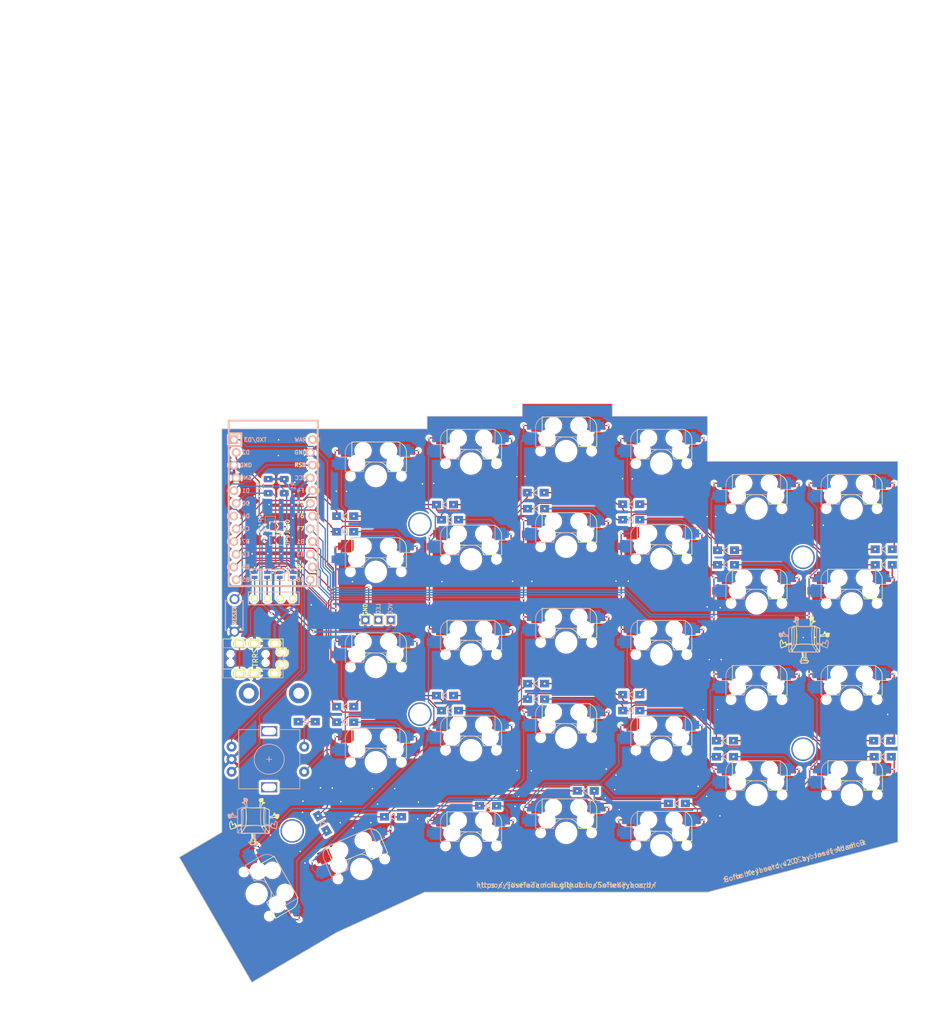
<source format=kicad_pcb>
(kicad_pcb (version 20221018) (generator pcbnew)
  (layers (0 "F.Cu" signal) (31 "B.Cu" signal) (34 "B.Paste" user) (35 "F.Paste" user) (36 "B.SilkS" user "B.Silkscreen") (37 "F.SilkS" user "F.Silkscreen") (38 "B.Mask" user) (39 "F.Mask" user) (44 "Edge.Cuts" user))
  (net 0 "")
  (net 1 "Net-(D1-Pad2)")
  (net 2 "row4")
  (net 3 "Net-(D2-Pad2)")
  (net 4 "Net-(D3-Pad2)")
  (net 5 "row0")
  (net 6 "Net-(D4-Pad2)")
  (net 7 "row1")
  (net 8 "Net-(D5-Pad2)")
  (net 9 "row2")
  (net 10 "Net-(D6-Pad2)")
  (net 11 "row3")
  (net 12 "Net-(D7-Pad2)")
  (net 13 "Net-(D8-Pad2)")
  (net 14 "Net-(D9-Pad2)")
  (net 15 "Net-(D10-Pad2)")
  (net 16 "Net-(D11-Pad2)")
  (net 17 "Net-(D12-Pad2)")
  (net 18 "Net-(D13-Pad2)")
  (net 19 "Net-(D14-Pad2)")
  (net 20 "Net-(D15-Pad2)")
  (net 21 "Net-(D16-Pad2)")
  (net 22 "Net-(D17-Pad2)")
  (net 23 "Net-(D18-Pad2)")
  (net 24 "Net-(D19-Pad2)")
  (net 25 "Net-(D20-Pad2)")
  (net 26 "Net-(D21-Pad2)")
  (net 27 "Net-(D22-Pad2)")
  (net 28 "Net-(D23-Pad2)")
  (net 29 "Net-(D24-Pad2)")
  (net 30 "Net-(D26-Pad2)")
  (net 31 "Net-(D27-Pad2)")
  (net 32 "Net-(D28-Pad2)")
  (net 33 "VCC")
  (net 34 "GND")
  (net 35 "col0")
  (net 36 "col1")
  (net 37 "col2")
  (net 38 "col3")
  (net 39 "col4")
  (net 40 "SDA")
  (net 41 "LED")
  (net 42 "SCL")
  (net 43 "RESET")
  (net 44 "Net-(D29-Pad2)")
  (net 45 "DATA")
  (net 46 "Net-(J3-Pad1)")
  (net 47 "Net-(J3-Pad2)")
  (net 48 "Net-(J3-Pad3)")
  (net 49 "Net-(J3-Pad4)")
  (net 50 "Net-(D30-Pad2)")
  (net 51 "SW25B")
  (net 52 "SW25A")
  (net 53 "ENCB")
  (net 54 "ENCA")
  (net 55 "/i2c_c")
  (net 56 "/i2c_d")
  (footprint "SofleKeyboard-footprint:HOLE_M2_TH" (layer "F.Cu") (at 129.3 59.6)
    (fp_text reference "TH3" hide)
    (fp_text value "HOLE" hide)
  )
  (footprint "SofleKeyboard-footprint:HOLE_M2_TH" (layer "F.Cu") (at 205.8 66.21)
    (fp_text reference "TH4" hide)
    (fp_text value "HOLE" hide)
  )
  (footprint "SofleKeyboard-footprint:HOLE_M2_TH" (layer "F.Cu") (at 205.8 104.51)
    (fp_text reference "TH6" hide)
    (fp_text value "HOLE" hide)
  )
  (footprint "SofleKeyboard-footprint:HOLE_M2_TH" (layer "F.Cu") (at 103.8 120.81 90)
    (fp_text reference "TH7" hide)
    (fp_text value "HOLE" hide)
  )
  (footprint "SofleKeyboard-footprint:ArduinoProMicro-ZigZag-DoubleSided" (layer "F.Cu") (at 100 56.71 -90)
    (fp_text reference "U1" hide)
    (fp_text value "ProMicro" hide)
  )
  (footprint "SofleKeyboard-footprint:Jumper" (layer "F.Cu") (at 103.9 69.7 90)
    (fp_text reference "JP1" hide)
    (fp_text value "Jumper_NO_Small" hide)
  )
  (footprint "SofleKeyboard-footprint:Jumper" (layer "F.Cu") (at 101.3 69.7 90)
    (fp_text reference "JP2" hide)
    (fp_text value "Jumper_NO_Small" hide)
  )
  (footprint "SofleKeyboard-footprint:Jumper" (layer "F.Cu") (at 98.8 69.7 90)
    (fp_text reference "JP3" hide)
    (fp_text value "Jumper_NO_Small" hide)
  )
  (footprint "SofleKeyboard-footprint:Diode_SOD123" (layer "F.Cu") (at 114.4 58)
    (fp_text reference "D1" hide)
    (fp_text value "D" hide)
  )
  (footprint "SofleKeyboard-footprint:Diode_SOD123" (layer "F.Cu") (at 134.3 55.7)
    (fp_text reference "D2" hide)
    (fp_text value "D" hide)
  )
  (footprint "SofleKeyboard-footprint:Diode_SOD123" (layer "F.Cu") (at 152.4 53.3)
    (fp_text reference "D3" hide)
    (fp_text value "D" hide)
  )
  (footprint "SofleKeyboard-footprint:Diode_SOD123" (layer "F.Cu") (at 171.5 55.6)
    (fp_text reference "D4" hide)
    (fp_text value "D" hide)
  )
  (footprint "SofleKeyboard-footprint:Diode_SOD123" (layer "F.Cu") (at 190.4 64.8)
    (fp_text reference "D5" hide)
    (fp_text value "D" hide)
  )
  (footprint "SofleKeyboard-footprint:Diode_SOD123" (layer "F.Cu") (at 221.9 64.6)
    (fp_text reference "D6" hide)
    (fp_text value "D" hide)
  )
  (footprint "SofleKeyboard-footprint:Diode_SOD123" (layer "F.Cu") (at 114.4 61.1)
    (fp_text reference "D7" hide)
    (fp_text value "D" hide)
  )
  (footprint "SofleKeyboard-footprint:Diode_SOD123" (layer "F.Cu") (at 135.3 58.7)
    (fp_text reference "D8" hide)
    (fp_text value "D" hide)
  )
  (footprint "SofleKeyboard-footprint:Diode_SOD123" (layer "F.Cu") (at 152.5 56.5)
    (fp_text reference "D9" hide)
    (fp_text value "D" hide)
  )
  (footprint "SofleKeyboard-footprint:Diode_SOD123" (layer "F.Cu") (at 171.5 58.7)
    (fp_text reference "D10" hide)
    (fp_text value "D" hide)
  )
  (footprint "SofleKeyboard-footprint:Diode_SOD123" (layer "F.Cu") (at 190.4 67.7)
    (fp_text reference "D11" hide)
    (fp_text value "D" hide)
  )
  (footprint "SofleKeyboard-footprint:Diode_SOD123" (layer "F.Cu") (at 221.9 67.7)
    (fp_text reference "D12" hide)
    (fp_text value "D" hide)
  )
  (footprint "SofleKeyboard-footprint:Diode_SOD123" (layer "F.Cu") (at 114.4 96)
    (fp_text reference "D13" hide)
    (fp_text value "D" hide)
  )
  (footprint "SofleKeyboard-footprint:Diode_SOD123" (layer "F.Cu") (at 134.3 93.8)
    (fp_text reference "D14" hide)
    (fp_text value "D" hide)
  )
  (footprint "SofleKeyboard-footprint:Diode_SOD123" (layer "F.Cu") (at 152.5 91.4)
    (fp_text reference "D15" hide)
    (fp_text value "D" hide)
  )
  (footprint "SofleKeyboard-footprint:Diode_SOD123" (layer "F.Cu") (at 171.5 93.6)
    (fp_text reference "D16" hide)
    (fp_text value "D" hide)
  )
  (footprint "SofleKeyboard-footprint:Diode_SOD123" (layer "F.Cu") (at 190.2 102.8)
    (fp_text reference "D17" hide)
    (fp_text value "D" hide)
  )
  (footprint "SofleKeyboard-footprint:Diode_SOD123" (layer "F.Cu") (at 221.6 102.8)
    (fp_text reference "D18" hide)
    (fp_text value "D" hide)
  )
  (footprint "SofleKeyboard-footprint:Diode_SOD123" (layer "F.Cu") (at 114.4 99.1)
    (fp_text reference "D19" hide)
    (fp_text value "D" hide)
  )
  (footprint "SofleKeyboard-footprint:Diode_SOD123" (layer "F.Cu") (at 135.3 96.8)
    (fp_text reference "D20" hide)
    (fp_text value "D" hide)
  )
  (footprint "SofleKeyboard-footprint:Diode_SOD123" (layer "F.Cu") (at 152.5 94.5)
    (fp_text reference "D21" hide)
    (fp_text value "D" hide)
  )
  (footprint "SofleKeyboard-footprint:Diode_SOD123" (layer "F.Cu") (at 171.5 96.8)
    (fp_text reference "D22" hide)
    (fp_text value "D" hide)
  )
  (footprint "SofleKeyboard-footprint:Diode_SOD123" (layer "F.Cu") (at 190.2 106)
    (fp_text reference "D23" hide)
    (fp_text value "D" hide)
  )
  (footprint "SofleKeyboard-footprint:Diode_SOD123" (layer "F.Cu") (at 221.7 106)
    (fp_text reference "D24" hide)
    (fp_text value "D" hide)
  )
  (footprint "SofleKeyboard-footprint:Diode_SOD123" (layer "F.Cu") (at 106.7 99.01)
    (fp_text reference "D25" hide)
    (fp_text value "D" hide)
  )
  (footprint "SofleKeyboard-footprint:Diode_SOD123" (layer "F.Cu") (at 109.8 119.3 -60)
    (fp_text reference "D26" hide)
    (fp_text value "D" hide)
  )
  (footprint "SofleKeyboard-footprint:Diode_SOD123" (layer "F.Cu") (at 123.9 118)
    (fp_text reference "D27" hide)
    (fp_text value "D" hide)
  )
  (footprint "SofleKeyboard-footprint:Diode_SOD123" (layer "F.Cu") (at 142.9 115.8)
    (fp_text reference "D28" hide)
    (fp_text value "D" hide)
  )
  (footprint "SofleKeyboard-footprint:Diode_SOD123" (layer "F.Cu") (at 162.4 112.81)
    (fp_text reference "D29" hide)
    (fp_text value "D" hide)
  )
  (footprint "SofleKeyboard-footprint:CherryMX_Hotswap" (layer "F.Cu") (at 120.5 50)
    (fp_text reference "SW1" hide)
    (fp_text value "SW_PUSH" hide)
  )
  (footprint "SofleKeyboard-footprint:CherryMX_Hotswap" (layer "F.Cu") (at 120.5 69.1)
    (fp_text reference "SW7" hide)
    (fp_text value "SW_PUSH" hide)
  )
  (footprint "SofleKeyboard-footprint:CherryMX_Hotswap" (layer "F.Cu") (at 120.5 88.1)
    (fp_text reference "SW13" hide)
    (fp_text value "SW_PUSH" hide)
  )
  (footprint "SofleKeyboard-footprint:CherryMX_Hotswap" (layer "F.Cu") (at 120.5 107.1)
    (fp_text reference "SW19" hide)
    (fp_text value "SW_PUSH" hide)
  )
  (footprint "SofleKeyboard-footprint:CherryMX_Hotswap_1.5" (layer "F.Cu") (at 96.7 133.41 -60)
    (fp_text reference "SW26" hide)
    (fp_text value "SW_PUSH" hide)
  )
  (footprint "SofleKeyboard-footprint:CherryMX_Hotswap" (layer "F.Cu") (at 117.6 128.4 23)
    (fp_text reference "SW27" hide)
    (fp_text value "SW_PUSH" hide)
  )
  (footprint "SofleKeyboard-footprint:CherryMX_Hotswap" (layer "F.Cu") (at 139.5 123.8)
    (fp_text reference "SW28" hide)
    (fp_text value "SW_PUSH" hide)
  )
  (footprint "SofleKeyboard-footprint:CherryMX_Hotswap" (layer "F.Cu") (at 158.5 121.2)
    (fp_text reference "SW29" hide)
    (fp_text value "SW_PUSH" hide)
  )
  (footprint "SofleKeyboard-footprint:M2_HOLE_PCB" (layer "F.Cu") (at 95.13 93.352)
    (fp_text reference "TH1" hide)
    (fp_text value "HOLE")
  )
  (footprint "SofleKeyboard-footprint:Jumper" (layer "F.Cu") (at 96.3 69.7 90)
    (fp_text reference "JP4" hide)
    (fp_text value "Jumper_NO_Small" hide)
  )
  (footprint "SofleKeyboard-footprint:LED" (layer "F.Cu") (at 123.5 78.71 -90)
    (fp_text reference "J1" hide)
    (fp_text value "LED" hide)
  )
  (footprint "SofleKeyboard-footprint:OLED_4Pin" (layer "F.Cu") (at 96.3 74.41)
    (fp_text reference "J3" hide)
    (fp_text value "OLED" hide)
  )
  (footprint "SofleKeyboard-footprint:Diode_SOD123" (layer "F.Cu") (at 180.6 115.31)
    (fp_text reference "D30" hide)
    (fp_text value "D" hide)
  )
  (footprint "SofleKeyboard-footprint:M2_HOLE_PCB" (layer "F.Cu") (at 105.13 93.336)
    (fp_text reference "TH2" hide)
    (fp_text value "HOLE")
  )
  (footprint "SofleKeyboard-footprint:CherryMX_Hotswap" (layer "F.Cu") (at 139.5 85.6)
    (fp_text reference "SW14" hide)
    (fp_text value "SW_PUSH" hide)
  )
  (footprint "SofleKeyboard-footprint:CherryMX_Hotswap" (layer "F.Cu") (at 139.5 104.7)
    (fp_text reference "SW20" hide)
    (fp_text value "SW_PUSH" hide)
  )
  (footprint "SofleKeyboard-footprint:CherryMX_Hotswap" (layer "F.Cu") (at 139.5 66.6)
    (fp_text reference "SW8" hide)
    (fp_text value "SW_PUSH" hide)
  )
  (footprint "SofleKeyboard-footprint:CherryMX_Hotswap" (layer "F.Cu") (at 139.5 47.5)
    (fp_text reference "SW2" hide)
    (fp_text value "SW_PUSH" hide)
  )
  (footprint "SofleKeyboard-footprint:CherryMX_Hotswap" (layer "F.Cu") (at 158.5 83.2)
    (fp_text reference "SW15" hide)
    (fp_text value "SW_PUSH" hide)
  )
  (footprint "SofleKeyboard-footprint:CherryMX_Hotswap" (layer "F.Cu") (at 158.5 45.01)
    (fp_text reference "SW3" hide)
    (fp_text value "SW_PUSH" hide)
  )
  (footprint "SofleKeyboard-footprint:CherryMX_Hotswap" (layer "F.Cu") (at 158.5 64.1)
    (fp_text reference "SW9" hide)
    (fp_text value "SW_PUSH" hide)
  )
  (footprint "SofleKeyboard-footprint:CherryMX_Hotswap" (layer "F.Cu") (at 158.5 102.2)
    (fp_text reference "SW21" hide)
    (fp_text value "SW_PUSH" hide)
  )
  (footprint "SofleKeyboard-footprint:CherryMX_Hotswap" (layer "F.Cu") (at 177.5 104.7)
    (fp_text reference "SW22" hide)
    (fp_text value "SW_PUSH" hide)
  )
  (footprint "SofleKeyboard-footprint:CherryMX_Hotswap" (layer "F.Cu") (at 177.5 66.5)
    (fp_text reference "SW10" hide)
    (fp_text value "SW_PUSH" hide)
  )
  (footprint "SofleKeyboard-footprint:CherryMX_Hotswap" (layer "F.Cu") (at 177.5 123.7)
    (fp_text reference "SW30" hide)
    (fp_text value "SW_PUSH" hide)
  )
  (footprint "SofleKeyboard-footprint:CherryMX_Hotswap" (layer "F.Cu") (at 177.5 85.6)
    (fp_text reference "SW16" hide)
    (fp_text value "SW_PUSH" hide)
  )
  (footprint "SofleKeyboard-footprint:CherryMX_Hotswap" (layer "F.Cu") (at 177.5 47.5)
    (fp_text reference "SW4" hide)
    (fp_text value "SW_PUSH" hide)
  )
  (footprint "SofleKeyboard-footprint:CherryMX_Hotswap" (layer "F.Cu") (at 196.5 56.5)
    (fp_text reference "SW5" hide)
    (fp_text value "SW_PUSH" hide)
  )
  (footprint "SofleKeyboard-footprint:CherryMX_Hotswap" (layer "F.Cu") (at 196.5 113.6)
    (fp_text reference "SW23" hide)
    (fp_text value "SW_PUSH" hide)
  )
  (footprint "SofleKeyboard-footprint:CherryMX_Hotswap" (layer "F.Cu") (at 215.5 94.6)
    (fp_text reference "SW18" hide)
    (fp_text value "SW_PUSH" hide)
  )
  (footprint "SofleKeyboard-footprint:CherryMX_Hotswap" (layer "F.Cu") (at 215.55 113.6)
    (fp_text reference "SW24" hide)
    (fp_text value "SW_PUSH" hide)
  )
  (footprint "SofleKeyboard-footprint:CherryMX_Hotswap" (layer "F.Cu") (at 215.5 56.5)
    (fp_text reference "SW6" hide)
    (fp_text value "SW_PUSH" hide)
  )
  (footprint "SofleKeyboard-footprint:CherryMX_Hotswap" (layer "F.Cu") (at 215.5 75.4)
    (fp_text reference "SW12" hide)
    (fp_text value "SW_PUSH" hide)
  )
  (footprint "SofleKeyboard-footprint:CherryMX_Hotswap" (layer "F.Cu") (at 196.5 94.6)
    (fp_text reference "SW17" hide)
    (fp_text value "SW_PUSH" hide)
  )
  (footprint "SofleKeyboard-footprint:CherryMX_Hotswap" (layer "F.Cu") (at 196.5 75.4)
    (fp_text reference "SW11" hide)
    (fp_text value "SW_PUSH" hide)
  )
  (footprint "SofleKeyboard-footprint:HOLE_M2_TH" (layer "F.Cu") (at 129.3 97.51)
    (fp_text reference "TH5" hide)
    (fp_text value "HOLE" hide)
  )
  (footprint "SofleKeyboard-footprint:RotaryEncoder_Alps_EC11E-Switch_Vertical_H20mm-keebio_modified" (layer "F.Cu") (at 99.2 106.5)
    (fp_text reference "SW25" hide)
    (fp_text value "Rotary_Encoder_Switch")
  )
  (footprint "SofleKeyboard-footprint:MJ-4PP-9" (layer "F.Cu") (at 89.98 85.502 90)
    (fp_text reference "J2")
    (fp_text value "4PIN" hide)
  )
  (footprint "Jumper:SolderJumper-2_P1.3mm_Open_TrianglePad1.0x1.5mm" (layer "F.Cu") (at 100.7 62.81 180)
    (fp_text reference "JP9")
    (fp_text value "I2CSCL")
  )
  (footprint "Jumper:SolderJumper-2_P1.3mm_Open_TrianglePad1.0x1.5mm" (layer "F.Cu") (at 100.675 60.11)
    (fp_text reference "JP10")
    (fp_text value "IC2SDA")
  )
  (footprint "SofleKeyboard-footprint:TACT_SWITCH_TVBP06" (layer "F.Cu") (at 92.28 77.802 90)
    (fp_text reference "RSW1" hide)
    (fp_text value "SW_RST" hide)
  )
  (footprint "SofleKeyboard-footprint:SofleLogoSmall" (layer "F.Cu") (at 96.88 125.952)
    (fp_text reference "Ref**" hide)
    (fp_text value "Val**" hide)
  )
  (footprint "SofleKeyboard-footprint:SofleLogoSmall" (layer "F.Cu") (at 206.78 89.752)
    (fp_text reference "Ref**" hide)
    (fp_text value "Val**" hide)
  )
  (footprint "SofleKeyboard-footprint:R_1206_DoubleSided" (layer "B.Cu") (at 102.2 52.01 -90)
    (fp_text reference "R1")
    (fp_text value "R")
  )
  (footprint "SofleKeyboard-footprint:R_1206_DoubleSided" (layer "B.Cu") (at 99 52.01 -90)
    (fp_text reference "R2")
    (fp_text value "R")
  )
  (footprint "SofleKeyboard-footprint:Jumper" (layer "B.Cu") (at 101.3 69.7 90)
    (fp_text reference "JP6" hide)
    (fp_text value "Jumper_NO_Small" hide)
  )
  (footprint "SofleKeyboard-footprint:Jumper" (layer "B.Cu") (at 98.8 69.7 90)
    (fp_text reference "JP7" hide)
    (fp_text value "Jumper_NO_Small" hide)
  )
  (footprint "SofleKeyboard-footprint:Jumper" (layer "B.Cu") (at 96.3 69.7 90)
    (fp_text reference "JP8" hide)
    (fp_text value "Jumper_NO_Small" hide)
  )
  (footprint "SofleKeyboard-footprint:Jumper" (layer "B.Cu") (at 103.9 69.7 90)
    (fp_text reference "JP5" hide)
    (fp_text value "Jumper_NO_Small" hide)
  )
  (footprint "Jumper:SolderJumper-2_P1.3mm_Bridged2Bar_Pad1.0x1.5mm" (layer "B.Cu") (at 99.4 59.41 -90)
    (fp_text reference "JP11")
    (fp_text value "Serial")
  )
  (footprint "SofleKeyboard-footprint:SofleLogoSmall" (layer "B.Cu") (at 95.23 125.902 180)
    (fp_text reference "Ref**" hide)
    (fp_text value "Val**" hide)
  )
  (footprint "SofleKeyboard-footprint:SofleLogoSmall" (layer "B.Cu") (at 205.28 89.752 180)
    (fp_text reference "Ref**" hide)
    (fp_text value "Val**" hide)
  )
  (gr_line (start 167.73 35.552) (end 149.73 35.552) (stroke (width 0.15)) (layer "Edge.Cuts"))
  (gr_line (start 130.73 38.052) (end 130.73 40.552) (stroke (width 0.15)) (layer "Edge.Cuts"))
  (gr_line (start 149.73 35.552) (end 149.73 38.052) (stroke (width 0.15)) (layer "Edge.Cuts"))
  (gr_line (start 81.23 126.052) (end 95.73 151.052) (stroke (width 0.15)) (layer "Edge.Cuts"))
  (gr_line (start 186.73 38.052) (end 167.73 38.052) (stroke (width 0.15)) (layer "Edge.Cuts"))
  (gr_line (start 224.73 123.052) (end 224.73 47.052) (stroke (width 0.15)) (layer "Edge.Cuts"))
  (gr_line (start 87.23 122.552) (end 81.23 126.052) (stroke (width 0.15)) (layer "Edge.Cuts"))
  (gr_line (start 89.73 99.94) (end 89.73 100.552) (stroke (width 0.15)) (layer "Edge.Cuts"))
  (gr_line (start 89.73 40.552) (end 89.73 99.94) (stroke (width 0.15)) (layer "Edge.Cuts"))
  (gr_line (start 130.73 40.552) (end 111.23 40.552) (stroke (width 0.15)) (layer "Edge.Cuts"))
  (gr_line (start 186.73 133.052) (end 224.73 123.052) (stroke (width 0.15)) (layer "Edge.Cuts"))
  (gr_line (start 186.73 47.052) (end 186.73 38.052) (stroke (width 0.15)) (layer "Edge.Cuts"))
  (gr_line (start 95.73 151.052) (end 112.73 141.052) (stroke (width 0.15)) (layer "Edge.Cuts"))
  (gr_line (start 89.73 100.552) (end 89.73 121.052) (stroke (width 0.15)) (layer "Edge.Cuts"))
  (gr_line (start 112.73 141.052) (end 130.23 133.052) (stroke (width 0.15)) (layer "Edge.Cuts"))
  (gr_line (start 167.73 38.052) (end 167.73 35.552) (stroke (width 0.15)) (layer "Edge.Cuts"))
  (gr_line (start 111.23 40.552) (end 89.73 40.552) (stroke (width 0.15)) (layer "Edge.Cuts"))
  (gr_line (start 130.23 133.052) (end 186.73 133.052) (stroke (width 0.15)) (layer "Edge.Cuts"))
  (gr_line (start 149.73 38.052) (end 130.73 38.052) (stroke (width 0.15)) (layer "Edge.Cuts"))
  (gr_line (start 224.73 47.052) (end 186.73 47.052) (stroke (width 0.15)) (layer "Edge.Cuts"))
  (gr_line (start 89.73 121.052) (end 87.23 122.552) (stroke (width 0.15)) (layer "Edge.Cuts"))
  (gr_text "Sofle Keyboard v2.0 by Josef Adamcik" (at 203.93 126.852 15) (layer "B.SilkS") (effects (font (size 1 1)) (justify mirror)))
  (gr_text "https://josefadamcik.github.io/SofleKeyboard/" (at 158.48 131.602) (layer "B.SilkS") (effects (font (size 1 1)) (justify mirror)))
  (gr_text "Sofle Keyboard v2.0 by Josef Adamcik" (at 204.18 126.802 15) (layer "F.SilkS") (effects (font (size 1 1))))
  (gr_text "https://josefadamcik.github.io/SofleKeyboard/" (at 158.53 131.602) (layer "F.SilkS") (effects (font (size 1 1))))
  (segment (start 129 48.25) (end 129 47.5) (width 0.25) (layer "F.Cu") (net 1))
  (segment (start 129 47.5) (end 129 44.91) (width 0.25) (layer "F.Cu") (net 1))
  (segment (start 119.319002 58) (end 129 48.319002) (width 0.25) (layer "F.Cu") (net 1))
  (segment (start 116.1 58) (end 119.319002 58) (width 0.25) (layer "F.Cu") (net 1))
  (segment (start 129 48.319002) (end 129 48.25) (width 0.25) (layer "F.Cu") (net 1))
  (via (at 129 44.91) (size 0.4) (drill 0.3) (layers "F.Cu" "B.Cu") (net 1))
  (segment (start 128.99 44.9) (end 129 44.91) (width 0.25) (layer "B.Cu") (net 1))
  (segment (start 127.7 44.9) (end 128.99 44.9) (width 0.25) (layer "B.Cu") (net 1))
  (segment (start 124.55 115.8) (end 122.35 118) (width 0.25) (layer "F.Cu") (net 2))
  (segment (start 108.3 96.86) (end 110.7 96.86) (width 0.25) (layer "F.Cu") (net 2))
  (segment (start 92.6086 70.68) (end 96.438566 66.850034) (width 0.25) (layer "F.Cu") (net 2))
  (segment (start 109.122243 118) (end 108.95 117.827757) (width 0.25) (layer "F.Cu") (net 2))
  (segment (start 141.2 115.8) (end 124.55 115.8) (width 0.25) (layer "F.Cu") (net 2))
  (segment (start 122.2 118) (end 109.122243 118) (width 0.25) (layer "F.Cu") (net 2))
  (segment (start 110.825001 115.952756) (end 110.7 96.86) (width 0.25) (layer "F.Cu") (net 2))
  (segment (start 110.825001 88.9) (end 110.825001 88.825001) (width 0.25) (layer "F.Cu") (net 2))
  (segment (start 141.35 115.8) (end 141.2 115.8) (width 0.25) (layer "F.Cu") (net 2))
  (segment (start 161.85 112.81) (end 164.35 115.31) (width 0.25) (layer "F.Cu") (net 2))
  (segment (start 110.6 75.666526) (end 110.6 75.932) (width 0.25) (layer "F.Cu") (net 2))
  (segment (start 160.7 112.81) (end 161.85 112.81) (width 0.25) (layer "F.Cu") (net 2))
  (segment (start 96.438566 66.850034) (end 103.063218 66.850034) (width 0.25) (layer "F.Cu") (net 2))
  (segment (start 106.190099 69.976915) (end 106.190099 71.256625) (width 0.25) (layer "F.Cu") (net 2))
  (segment (start 142.35 115.8) (end 145.34 112.81) (width 0.25) (layer "F.Cu") (net 2))
  (segment (start 141.2 115.8) (end 142.35 115.8) (width 0.25) (layer "F.Cu") (net 2))
  (segment (start 103.063218 66.850034) (end 106.190099 69.976915) (width 0.25) (layer "F.Cu") (net 2))
  (segment (start 110.6 75.572) (end 110.6 75.932) (width 0.25) (layer "F.Cu") (net 2))
  (segment (start 122.35 118) (end 122.2 118) (width 0.25) (layer "F.Cu") (net 2))
  (segment (start 106.190099 71.256625) (end 110.6 75.666526) (width 0.25) (layer "F.Cu") (net 2))
  (segment (start 110.6 75.932) (end 110.6 88.674999) (width 0.25) (layer "F.Cu") (net 2))
  (segment (start 106.15 99.01) (end 108.3 96.86) (width 0.25) (layer "F.Cu") (net 2))
  (segment (start 110.7 96.86) (end 110.7 94.01) (width 0.25) (layer "F.Cu") (net 2))
  (segment (start 164.35 115.31) (end 178.9 115.31) (width 0.25) (layer "F.Cu") (net 2))
  (segment (start 108.95 117.827757) (end 110.825001 115.952756) (width 0.25) (layer "F.Cu") (net 2))
  (segment (start 105 99.01) (end 106.15 99.01) (width 0.25) (layer "F.Cu") (net 2))
  (segment (start 110.7 94.01) (end 110.825001 88.9) (width 0.25) (layer "F.Cu") (net 2))
  (segment (start 145.34 112.81) (end 160.7 112.81) (width 0.25) (layer "F.Cu") (net 2))
  (segment (start 110.7 94.46) (end 110.7 94.01) (width 0.25) (layer "F.Cu") (net 2))
  (segment (start 110.6 88.674999) (end 110.825001 88.9) (width 0.25) (layer "F.Cu") (net 2))
  (segment (start 147.6 42.5) (end 147.6 43.86) (width 0.25) (layer "F.Cu") (net 3))
  (segment (start 136 55.7) (end 138.119002 55.7) (width 0.25) (layer "F.Cu") (net 3))
  (segment (start 136.7 55) (end 136 55.7) (width 0.25) (layer "F.Cu") (net 3))
  (segment (start 148 45.819002) (end 148 45.75) (width 0.25) (layer "F.Cu") (net 3))
  (segment (start 148 45.1) (end 146.44 45.1) (width 0.25) (layer "F.Cu") (net 3))
  (segment (start 147.6 43.86) (end 146.4 45.06) (width 0.25) (layer "F.Cu") (net 3))
  (segment (start 138.119002 55.7) (end 148 45.819002) (width 0.25) (layer "F.Cu") (net 3))
  (segment (start 148 45.75) (end 148 45) (width 0.25) (layer "F.Cu") (net 3))
  (segment (start 146.44 45.1) (end 146.4 45.06) (width 0.25) (layer "F.Cu") (net 3))
  (via (at 147.6 42.5) (size 0.4) (drill 0.3) (layers "F.Cu" "B.Cu") (net 3))
  (segment (start 145.1 42.52) (end 146.68 42.52) (width 0.25) (layer "B.Cu") (net 3))
  (segment (start 146.7 42.5) (end 147.6 42.5) (width 0.25) (layer "B.Cu") (net 3))
  (segment (start 146.68 42.52) (end 146.7 42.5) (width 0.25) (layer "B.Cu") (net 3))
  (segment (start 167 40.01) (end 166.9 39.91) (width 0.25) (layer "F.Cu") (net 4))
  (segment (start 167 42.51) (end 167 40.01) (width 0.25) (layer "F.Cu") (net 4))
  (segment (start 167 43.329002) (end 167 43.26) (width 0.25) (layer "F.Cu") (net 4))
  (segment (start 157.029002 53.3) (end 167 43.329002) (width 0.25) (layer "F.Cu") (net 4))
  (segment (start 154.1 53.3) (end 157.029002 53.3) (width 0.25) (layer "F.Cu") (net 4))
  (segment (start 167 43.26) (end 167 42.51) (width 0.25) (layer "F.Cu") (net 4))
  (via (at 166.9 39.91) (size 0.4) (drill 0.3) (layers "F.Cu" "B.Cu") (net 4))
  (segment (start 165.7 39.91) (end 166.9 39.91) (width 0.25) (layer "B.Cu") (net 4))
  (segment (start 209.02641 64.6) (end 220.2 64.6) (width 0.25) (layer "F.Cu") (net 5))
  (segment (start 188.9 64.8) (end 188.7 64.8) (width 0.25) (layer "F.Cu") (net 5))
  (segment (start 169.8 55.6) (end 169.8 56.6) (width 0.25) (layer "F.Cu") (net 5))
  (segment (start 168.024989 54.974989) (end 168.65 55.6) (width 0.25) (layer "F.Cu") (net 5))
  (segment (start 170 55.6) (end 169.8 55.6) (width 0.25) (layer "F.Cu") (net 5))
  (segment (start 207.4114 62.98499) (end 209.02641 64.6) (width 0.25) (layer "F.Cu") (net 5))
  (segment (start 120.026001 59.075001) (end 113.925001 59.075001) (width 0.25) (layer "F.Cu") (net 5))
  (segment (start 182.688402 57.17499) (end 188.7 63.186588) (width 0.25) (layer "F.Cu") (net 5))
  (segment (start 150.7 53.3) (end 151.85 53.3) (width 0.25) (layer "F.Cu") (net 5))
  (segment (start 188.7 63.186588) (end 188.7 64.8) (width 0.25) (layer "F.Cu") (net 5))
  (segment (start 112.85 58) (end 112.7 58) (width 0.25) (layer "F.Cu") (net 5))
  (segment (start 153.524989 54.974989) (end 168.024989 54.974989) (width 0.25) (layer "F.Cu") (net 5))
  (segment (start 113.925001 59.075001) (end 112.85 58) (width 0.25) (layer "F.Cu") (net 5))
  (segment (start 170.37499 57.17499) (end 182.688402 57.17499) (width 0.25) (layer "F.Cu") (net 5))
  (segment (start 106.814775 54.238699) (end 109.938699 54.238699) (width 0.25) (layer "F.Cu") (net 5))
  (segment (start 123.401002 55.7) (end 120.026001 59.075001) (width 0.25) (layer "F.Cu") (net 5))
  (segment (start 92.6086 60.52) (end 98.265225 54.863375) (width 0.25) (layer "F.Cu") (net 5))
  (segment (start 148.224999 56.775001) (end 150.7 54.3) (width 0.25) (layer "F.Cu") (net 5))
  (segment (start 132.6 55.7) (end 123.401002 55.7) (width 0.25) (layer "F.Cu") (net 5))
  (segment (start 150.85 53.3) (end 150.7 53.3) (width 0.25) (layer "F.Cu") (net 5))
  (segment (start 132.6 56.7) (end 132.675001 56.775001) (width 0.25) (layer "F.Cu") (net 5))
  (segment (start 151.85 53.3) (end 153.524989 54.974989) (width 0.25) (layer "F.Cu") (net 5))
  (segment (start 150.7 54.3) (end 150.7 53.3) (width 0.25) (layer "F.Cu") (net 5))
  (segment (start 201.391587 65.875001) (end 204.281599 62.984989) (width 0.25) (layer "F.Cu") (net 5))
  (segment (start 132.6 55.7) (end 132.6 56.7) (width 0.25) (layer "F.Cu") (net 5))
  (segment (start 190.925001 65.875001) (end 201.391587 65.875001) (width 0.25) (layer "F.Cu") (net 5))
  (segment (start 188.7 64.8) (end 189.85 64.8) (width 0.25) (layer "F.Cu") (net 5))
  (segment (start 112.7 57) (end 112.7 58) (width 0.25) (layer "F.Cu") (net 5))
  (segment (start 168.65 55.6) (end 169.8 55.6) (width 0.25) (layer "F.Cu") (net 5))
  (segment (start 189.85 64.8) (end 190.925001 65.875001) (width 0.25) (layer "F.Cu") (net 5))
  (segment (start 106.190099 54.863375) (end 106.814775 54.238699) (width 0.25) (layer "F.Cu") (net 5))
  (segment (start 109.938699 54.238699) (end 112.7 57) (width 0.25) (layer "F.Cu") (net 5))
  (segment (start 98.265225 54.863375) (end 106.190099 54.863375) (width 0.25) (layer "F.Cu") (net 5))
  (segment (start 132.675001 56.775001) (end 148.224999 56.775001) (width 0.25) (layer "F.Cu") (net 5))
  (segment (start 169.8 56.6) (end 170.37499 57.17499) (width 0.25) (layer "F.Cu") (net 5))
  (segment (start 204.281599 62.984989) (end 207.4114 62.98499) (width 0.25) (layer "F.Cu") (net 5))
  (segment (start 132.75 55.7) (end 132.6 55.7) (width 0.25) (layer "F.Cu") (net 5))
  (segment (start 186 45.819002) (end 186 45.75) (width 0.25) (layer "F.Cu") (net 6))
  (segment (start 173.2 55.6) (end 176.219002 55.6) (width 0.25) (layer "F.Cu") (net 6))
  (segment (start 176.219002 55.6) (end 186 45.819002) (width 0.25) (layer "F.Cu") (net 6))
  (segment (start 186 42.41) (end 186 45) (width 0.25) (layer "F.Cu") (net 6))
  (segment (start 186 45.75) (end 186 45) (width 0.25) (layer "F.Cu") (net 6))
  (via (at 186 42.41) (size 0.4) (drill 0.3) (layers "F.Cu" "B.Cu") (net 6))
  (segment (start 185.99 42.4) (end 186 42.41) (width 0.25) (layer "B.Cu") (net 6))
  (segment (start 184.7 42.4) (end 185.99 42.4) (width 0.25) (layer "B.Cu") (net 6))
  (segment (start 113.925001 60.024999) (end 112.85 61.1) (width 0.25) (layer "F.Cu") (net 7))
  (segment (start 207.224999 63.434999) (end 211.49 67.7) (width 0.25) (layer "F.Cu") (net 7))
  (segment (start 188.7 67.7) (end 189.85 67.7) (width 0.25) (layer "F.Cu") (net 7))
  (segment (start 169.8 58.7) (end 170.95 58.7) (width 0.25) (layer "F.Cu") (net 7))
  (segment (start 187.55 67.7) (end 188.7 67.7) (width 0.25) (layer "F.Cu") (net 7))
  (segment (start 211.49 67.7) (end 220.2 67.7) (width 0.25) (layer "F.Cu") (net 7))
  (segment (start 168.65 58.7) (end 169.8 58.7) (width 0.25) (layer "F.Cu") (net 7))
  (segment (start 187.474999 62.597997) (end 187.474999 67.624999) (width 0.25) (layer "F.Cu") (net 7))
  (segment (start 201.392998 66.51) (end 204.467999 63.434999) (width 0.25) (layer "F.Cu") (net 7))
  (segment (start 153.025001 55.424999) (end 165.374999 55.424999) (width 0.25) (layer "F.Cu") (net 7))
  (segment (start 204.467999 63.434999) (end 207.224999 63.434999) (width 0.25) (layer "F.Cu") (net 7))
  (segment (start 191.04 66.51) (end 201.392998 66.51) (width 0.25) (layer "F.Cu") (net 7))
  (segment (start 149.65 56.5) (end 150.8 56.5) (width 0.25) (layer "F.Cu") (net 7))
  (segment (start 148.924989 57.225011) (end 149.65 56.5) (width 0.25) (layer "F.Cu") (net 7))
  (segment (start 172.025001 57.624999) (end 182.502001 57.624999) (width 0.25) (layer "F.Cu") (net 7))
  (segment (start 189.85 67.7) (end 191.04 66.51) (width 0.25) (layer "F.Cu") (net 7))
  (segment (start 111.55 60.1) (end 112.55 61.1) (width 0.25) (layer "F.Cu") (net 7))
  (segment (start 150.8 56.5) (end 150.6 56.7) (width 0.25) (layer "F.Cu") (net 7))
  (segment (start 131.1 56.5) (end 123.237412 56.5) (width 0.25) (layer "F.Cu") (net 7))
  (segment (start 112.85 61.1) (end 112.7 61.1) (width 0.25) (layer "F.Cu") (net 7))
  (segment (start 150.8 56.5) (end 151.95 56.5) (width 0.25) (layer "F.Cu") (net 7))
  (segment (start 92.1514 63.06) (end 92.1514 62.755126) (width 0.25) (layer "F.Cu") (net 7))
  (segment (start 111.55 61.1) (end 112.7 61.1) (width 0.25) (layer "F.Cu") (net 7))
  (segment (start 92.1514 62.755126) (end 98.127827 56.778699) (width 0.25) (layer "F.Cu") (net 7))
  (segment (start 133.6 57.7) (end 134.074989 57.225011) (width 0.25) (layer "F.Cu") (net 7))
  (segment (start 133.75 58.7) (end 133.6 58.7) (width 0.25) (layer "F.Cu") (net 7))
  (segment (start 187.474999 67.624999) (end 187.55 67.7) (width 0.25) (layer "F.Cu") (net 7))
  (segment (start 133.3 58.7) (end 131.1 56.5) (width 0.25) (layer "F.Cu") (net 7))
  (segment (start 134.074989 57.225011) (end 148.924989 57.225011) (width 0.25) (layer "F.Cu") (net 7))
  (segment (start 112.55 61.1) (end 112.7 61.1) (width 0.25) (layer "F.Cu") (net 7))
  (segment (start 182.502001 57.624999) (end 187.474999 62.597997) (width 0.25) (layer "F.Cu") (net 7))
  (segment (start 150.95 56.5) (end 150.8 56.5) (width 0.25) (layer "F.Cu") (net 7))
  (segment (start 133.6 58.7) (end 133.6 57.7) (width 0.25) (layer "F.Cu") (net 7))
  (segment (start 165.374999 55.424999) (end 168.65 58.7) (width 0.25) (layer "F.Cu") (net 7))
  (segment (start 133.6 58.7) (end 133.3 58.7) (width 0.25) (layer "F.Cu") (net 7))
  (segment (start 119.712413 60.024999) (end 113.925001 60.024999) (width 0.25) (layer "F.Cu") (net 7))
  (segment (start 98.127827 56.778699) (end 108.378699 56.778699) (width 0.25) (layer "F.Cu") (net 7))
  (segment (start 123.237412 56.5) (end 119.712413 60.024999) (width 0.25) (layer "F.Cu") (net 7))
  (segment (start 108.378699 56.778699) (end 111.55 59.95) (width 0.25) (layer "F.Cu") (net 7))
  (segment (start 170 58.7) (end 169.8 58.7) (width 0.25) (layer "F.Cu") (net 7))
  (segment (start 170.95 58.7) (end 172.025001 57.624999) (width 0.25) (layer "F.Cu") (net 7))
  (segment (start 111.55 59.95) (end 111.55 60.1) (width 0.25) (layer "F.Cu") (net 7))
  (segment (start 151.95 56.5) (end 153.025001 55.424999) (width 0.25) (layer "F.Cu") (net 7))
  (segment (start 205 54.819002) (end 205 54.75) (width 0.25) (layer "F.Cu") (net 8))
  (segment (start 195.019002 64.8) (end 205 54.819002) (width 0.25) (layer "F.Cu") (net 8))
  (segment (start 205 54) (end 205 51.41) (width 0.25) (layer "F.Cu") (net 8))
  (segment (start 192.1 64.8) (end 195.019002 64.8) (width 0.25) (layer "F.Cu") (net 8))
  (segment (start 205 54.75) (end 205 54) (width 0.25) (layer "F.Cu") (net 8))
  (via (at 205 51.41) (size 0.4) (drill 0.3) (layers "F.Cu" "B.Cu") (net 8))
  (segment (start 203.71 51.41) (end 203.7 51.4) (width 0.25) (layer "B.Cu") (net 8))
  (segment (start 205 51.41) (end 203.71 51.41) (width 0.25) (layer "B.Cu") (net 8))
  (segment (start 208.92641 102.8) (end 219.9 102.8) (width 0.25) (layer "F.Cu") (net 9))
  (segment (start 133.85 94.9) (end 132.75 93.8) (width 0.25) (layer "F.Cu") (net 9))
  (segment (start 112.000022 74.590976) (end 112.000022 72.37413) (width 0.25) (layer "F.Cu") (net 9))
  (segment (start 147.05 94.9) (end 133.85 94.9) (width 0.25) (layer "F.Cu") (net 9))
  (segment (start 93.833301 64.398699) (end 93.68 64.552) (width 0.25) (layer "F.Cu") (net 9))
  (segment (start 123.6 93.8) (end 120.3 97.1) (width 0.25) (layer "F.Cu") (net 9))
  (segment (start 120.3 97.1) (end 113.9 97.1) (width 0.25) (layer "F.Cu") (net 9))
  (segment (start 108.021326 64.452) (end 107.968025 64.398699) (width 0.25) (layer "F.Cu") (net 9))
  (segment (start 107.968025 64.398699) (end 93.833301 64.398699) (width 0.25) (layer "F.Cu") (net 9))
  (segment (start 190.725001 103.875001) (end 201.691587 103.875001) (width 0.25) (layer "F.Cu") (net 9))
  (segment (start 168.024989 92.974989) (end 168.65 93.6) (width 0.25) (layer "F.Cu") (net 9))
  (segment (start 151.95 91.4) (end 153.524989 92.974989) (width 0.25) (layer "F.Cu") (net 9))
  (segment (start 112.8 96) (end 112.7 96) (width 0.25) (layer "F.Cu") (net 9))
  (segment (start 149.9 92.3) (end 150.8 91.4) (width 0.25) (layer "F.Cu") (net 9))
  (segment (start 112.000022 72.37413) (end 112 72.374108) (width 0.25) (layer "F.Cu") (net 9))
  (segment (start 112.00002 72.61) (end 112.00002 68.42202) (width 0.25) (layer "F.Cu") (net 9))
  (segment (start 132.75 93.8) (end 132.6 93.8) (width 0.25) (layer "F.Cu") (net 9))
  (segment (start 149.65 92.3) (end 149.9 92.3) (width 0.25) (layer "F.Cu") (net 9))
  (segment (start 207.4114 101.28499) (end 208.92641 102.8) (width 0.25) (layer "F.Cu") (net 9))
  (segment (start 170.474989 95.274989) (end 182.588402 95.27499) (width 0.25) (layer "F.Cu") (net 9))
  (segment (start 150.95 91.4) (end 150.8 91.4) (width 0.25) (layer "F.Cu") (net 9))
  (segment (start 168.65 93.6) (end 169.8 93.6) (width 0.25) (layer "F.Cu") (net 9))
  (segment (start 113.9 97.1) (end 112.8 96) (width 0.25) (layer "F.Cu") (net 9))
  (segment (start 169.8 94.6) (end 170.474989 95.274989) (width 0.25) (layer "F.Cu") (net 9))
  (segment (start 149.65 92.3) (end 147.05 94.9) (width 0.25) (layer "F.Cu") (net 9))
  (segment (start 93.68 64.552) (end 93.809901 64.398699) (width 0.25) (layer "F.Cu") (net 9))
  (segment (start 111.8 95.1) (end 111.8 87.2) (width 0.25) (layer "F.Cu") (net 9))
  (segment (start 153.524989 92.974989) (end 168.024989 92.974989) (width 0.25) (layer "F.Cu") (net 9))
  (segment (start 111.8 87.2) (end 111.500021 86.900021) (width 0.25) (layer "F.Cu") (net 9))
  (segment (start 132.6 93.8) (end 123.6 93.8) (width 0.25) (layer "F.Cu") (net 9))
  (segment (start 111.500021 86.900021) (end 111.500021 75.090977) (width 0.25) (layer "F.Cu") (net 9))
  (segment (start 188.5 102.8) (end 189.65 102.8) (width 0.25) (layer "F.Cu") (net 9))
  (segment (start 189.65 102.8) (end 190.725001 103.875001) (width 0.25) (layer "F.Cu") (net 9))
  (segment (start 111.500021 75.090977) (end 112.000022 74.590976) (width 0.25) (layer "F.Cu") (net 9))
  (segment (start 204.281599 101.284989) (end 207.4114 101.28499) (width 0.25) (layer "F.Cu") (net 9))
  (segment (start 188.5 101.186588) (end 188.5 102.8) (width 0.25) (layer "F.Cu") (net 9))
  (segment (start 150.8 91.4) (end 151.95 91.4) (width 0.25) (layer "F.Cu") (net 9))
  (segment (start 188.5 102.8) (end 188.35 102.8) (width 0.25) (layer "F.Cu") (net 9))
  (segment (start 182.588402 95.27499) (end 188.5 101.186588) (width 0.25) (layer "F.Cu") (net 9))
  (segment (start 112.7 96) (end 111.8 95.1) (width 0.25) (layer "F.Cu") (net 9))
  (segment (start 112.00002 68.42202) (end 108.03 64.452) (width 0.25) (layer "F.Cu") (net 9))
  (segment (start 170 93.6) (end 169.8 93.6) (width 0.25) (layer "F.Cu") (net 9))
  (segment (start 201.691587 103.875001) (end 204.281599 101.284989) (width 0.25) (layer "F.Cu") (net 9))
  (segment (start 108.03 64.452) (end 108.021326 64.452) (width 0.25) (layer "F.Cu") (net 9))
  (segment (start 169.8 93.6) (end 169.8 94.6) (width 0.25) (layer "F.Cu") (net 9))
  (segment (start 92.6086 65.6) (end 93.68 64.552) (width 0.25) (layer "F.Cu") (net 9))
  (segment (start 224 51.41) (end 224 51.692842) (width 0.25) (layer "F.Cu") (net 10))
  (segment (start 224 64.2) (end 223.6 64.6) (width 0.25) (layer "F.Cu") (net 10))
  (segment (start 224 54) (end 224 64.2) (width 0.25) (layer "F.Cu") (net 10))
  (segment (start 224 51.692842) (end 224 54) (width 0.25) (layer "F.Cu") (net 10))
  (via (at 224 51.41) (size 0.4) (drill 0.3) (layers "F.Cu" "B.Cu") (net 10))
  (segment (start 222.7 51.4) (end 223.99 51.4) (width 0.25) (layer "B.Cu") (net 10))
  (segment (start 223.99 51.4) (end 224 51.41) (width 0.25) (layer "B.Cu") (net 10))
  (segment (start 170 96.8) (end 169.8 96.8) (width 0.25) (layer "F.Cu") (net 11))
  (segment (start 207.224999 101.734999) (end 211.49 106) (width 0.25) (layer "F.Cu") (net 11))
  (segment (start 120.011411 98.024999) (end 114.925001 98.024999) (width 0.25) (layer "F.Cu") (net 11))
  (segment (start 107.206699 69.478699) (end 108.46818 69.478699) (width 0.25) (layer "F.Cu") (net 11))
  (segment (start 187.274999 105.924999) (end 187.35 106) (width 0.25) (layer "F.Cu") (net 11))
  (segment (start 111.275012 97.825012) (end 112.55 99.1) (width 0.25) (layer "F.Cu") (net 11))
  (segment (start 133.75 96.8) (end 133.6 96.8) (width 0.25) (layer "F.Cu") (net 11))
  (segment (start 92.1514 68.14) (end 93.891375 66.400025) (width 0.25) (layer "F.Cu") (net 11))
  (segment (start 169.8 96.8) (end 169.8 95.8) (width 0.25) (layer "F.Cu") (net 11))
  (segment (start 131 94.5) (end 123.53641 94.5) (width 0.25) (layer "F.Cu") (net 11))
  (segment (start 93.891375 66.400025) (end 103.249618 66.400024) (width 0.25) (layer "F.Cu") (net 11))
  (segment (start 110.52818 71.538699) (end 111.550011 72.56053) (width 0.25) (layer "F.Cu") (net 11))
  (segment (start 150.875001 93.424999) (end 150.8 93.5) (width 0.25) (layer "F.Cu") (net 11))
  (segment (start 111.550011 72.56053) (end 111.550011 74.404576) (width 0.25) (layer "F.Cu") (net 11))
  (segment (start 133.3 96.8) (end 131 94.5) (width 0.25) (layer "F.Cu") (net 11))
  (segment (start 201.877987 104.325011) (end 204.467999 101.734999) (width 0.25) (layer "F.Cu") (net 11))
  (segment (start 187.35 106) (end 188.5 106) (width 0.25) (layer "F.Cu") (net 11))
  (segment (start 135.15 95.4) (end 148.75 95.4) (width 0.25) (layer "F.Cu") (net 11))
  (segment (start 133.6 96.8) (end 133.3 96.8) (width 0.25) (layer "F.Cu") (net 11))
  (segment (start 169.8 96.8) (end 170.95 96.8) (width 0.25) (layer "F.Cu") (net 11))
  (segment (start 191.324989 104.325011) (end 201.877987 104.325011) (width 0.25) (layer "F.Cu") (net 11))
  (segment (start 112.55 99.1) (end 112.7 99.1) (width 0.25) (layer "F.Cu") (net 11))
  (segment (start 188.65 106) (end 188.5 106) (width 0.25) (layer "F.Cu") (net 11))
  (segment (start 103.788293 66.938699) (end 104.666699 66.938699) (width 0.25) (layer "F.Cu") (net 11))
  (segment (start 204.467999 101.734999) (end 207.224999 101.734999) (width 0.25) (layer "F.Cu") (net 11))
  (segment (start 167.424999 93.424999) (end 150.875001 93.424999) (width 0.25) (layer "F.Cu") (net 11))
  (segment (start 149.65 94.5) (end 150.8 94.5) (width 0.25) (layer "F.Cu") (net 11))
  (segment (start 111.550011 74.404576) (end 111.05001 74.904577) (width 0.25) (layer "F.Cu") (net 11))
  (segment (start 169.8 95.8) (end 167.424999 93.424999) (width 0.25) (layer "F.Cu") (net 11))
  (segment (start 123.53641 94.5) (end 120.011411 98.024999) (width 0.25) (layer "F.Cu") (net 11))
  (segment (start 103.249618 66.400024) (end 103.788293 66.938699) (width 0.25) (layer "F.Cu") (net 11))
  (segment (start 111.549989 72.560508) (end 111.550011 72.56053) (width 0.25) (layer "F.Cu") (net 11))
  (segment (start 188.5 106) (end 189.65 106) (width 0.25) (layer "F.Cu") (net 11))
  (segment (start 111.05001 74.904577) (end 111.05001 87.15001) (width 0.25) (layer "F.Cu") (net 11))
  (segment (start 111.05001 87.15001) (end 111.275012 87.375012) (width 0.25) (layer "F.Cu") (net 11))
  (segment (start 187.274999 100.597997) (end 187.274999 105.924999) (width 0.25) (layer "F.Cu") (net 11))
  (segment (start 108.46818 69.478699) (end 110.52818 71.538699) (width 0.25) (layer "F.Cu") (net 11))
  (segment (start 150.95 94.5) (end 150.8 94.5) (width 0.25) (layer "F.Cu") (net 11))
  (segment (start 189.65 106) (end 191.324989 104.325011) (width 0.25) (layer "F.Cu") (net 11))
  (segment (start 104.666699 66.938699) (end 107.206699 69.478699) (width 0.25) (layer "F.Cu") (net 11))
  (segment (start 150.8 93.5) (end 150.8 94.5) (width 0.25) (layer "F.Cu") (net 11))
  (segment (start 170.95 96.8) (end 172.025001 95.724999) (width 0.25) (layer "F.Cu") (net 11))
  (segment (start 114.925001 98.024999) (end 113.85 99.1) (width 0.25) (layer "F.Cu") (net 11))
  (segment (start 111.275012 87.375012) (end 111.275012 97.825012) (width 0.25) (layer "F.Cu") (net 11))
  (segment (start 172.025001 95.724999) (end 182.402001 95.724999) (width 0.25) (layer "F.Cu") (net 11))
  (segment (start 188.5 106) (end 188.35 106) (width 0.25) (layer "F.Cu") (net 11))
  (segment (start 135.15 95.4) (end 133.75 96.8) (width 0.25) (layer "F.Cu") (net 11))
  (segment (start 211.49 106) (end 220 106) (width 0.25) (layer "F.Cu") (net 11))
  (segment (start 148.75 95.4) (end 149.65 94.5) (width 0.25) (layer "F.Cu") (net 11))
  (segment (start 113.85 99.1) (end 112.7 99.1) (width 0.25) (layer "F.Cu") (net 11))
  (segment (start 182.402001 95.724999) (end 187.274999 100.597997) (width 0.25) (layer "F.Cu") (net 11))
  (segment (start 127.4 66.56) (end 128.7 65.26) (width 0.25) (layer "F.Cu") (net 12))
  (segment (start 129 66.6) (end 127.44 66.6) (width 0.25) (layer "F.Cu") (net 12))
  (segment (start 128.7 65.26) (end 128.7 64) (width 0.25) (layer "F.Cu") (net 12))
  (segment (start 127.44 66.6) (end 127.4 66.56) (width 0.25) (layer "F.Cu") (net 12))
  (via (at 128.7 64) (size 0.4) (drill 0.3) (layers "F.Cu" "B.Cu") (net 12))
  (segment (start 126.1 64.02) (end 127.68 64.02) (width 0.25) (layer "B.Cu") (net 12))
  (segment (start 126.1 62.77) (end 124.43 61.1) (width 0.25) (layer "B.Cu") (net 12))
  (segment (start 127.68 64.02) (end 127.7 64) (width 0.25) (layer "B.Cu") (net 12))
  (segment (start 124.43 61.1) (end 116.1 61.1) (width 0.25) (layer "B.Cu") (net 12))
  (segment (start 126.1 64.02) (end 126.1 62.77) (width 0.25) (layer "B.Cu") (net 12))
  (segment (start 127.7 64) (end 128.7 64) (width 0.25) (layer "B.Cu") (net 12))
  (segment (start 148 64.2) (end 146.440001 64.2) (width 0.25) (layer "F.Cu") (net 13))
  (segment (start 147.5 63.059999) (end 146.4 64.159999) (width 0.25) (layer "F.Cu") (net 13))
  (segment (start 146.440001 64.2) (end 146.4 64.159999) (width 0.25) (layer "F.Cu") (net 13))
  (segment (start 147.5 61.6) (end 147.5 63.059999) (width 0.25) (layer "F.Cu") (net 13))
  (via (at 147.5 61.6) (size 0.4) (drill 0.3) (layers "F.Cu" "B.Cu") (net 13))
  (segment (start 143.43 58.7) (end 145.1 60.37) (width 0.25) (layer "B.Cu") (net 13))
  (segment (start 145.1 61.52) (end 145.2 61.62) (width 0.25) (layer "B.Cu") (net 13))
  (segment (start 146.7 61.6) (end 147.5 61.6) (width 0.25) (layer "B.Cu") (net 13))
  (segment (start 146.68 61.62) (end 146.7 61.6) (width 0.25) (layer "B.Cu") (net 13))
  (segment (start 137 58.7) (end 143.43 58.7) (width 0.25) (layer "B.Cu") (net 13))
  (segment (start 145.1 60.37) (end 145.1 61.52) (width 0.25) (layer "B.Cu") (net 13))
  (segment (start 145.2 61.62) (end 146.68 61.62) (width 0.25) (layer "B.Cu") (net 13))
  (segment (start 166.9 61.5) (end 167 61.6) (width 0.25) (layer "F.Cu") (net 14))
  (segment (start 166.9 59.01) (end 166.9 61.5) (width 0.25) (layer "F.Cu") (net 14))
  (via (at 166.9 59.01) (size 0.4) (drill 0.3) (layers "F.Cu" "B.Cu") (net 14))
  (segment (start 154.2 56.5) (end 163.95 56.5) (width 0.25) (layer "B.Cu") (net 14))
  (segment (start 163.95 56.5) (end 165.7 58.25) (width 0.25) (layer "B.Cu") (net 14))
  (segment (start 165.7 59) (end 166.89 59) (width 0.25) (layer "B.Cu") (net 14))
  (segment (start 165.7 58.25) (end 165.7 59) (width 0.25) (layer "B.Cu") (net 14))
  (segment (start 166.89 59) (end 166.9 59.01) (width 0.25) (layer "B.Cu") (net 14))
  (segment (start 184.54 64.1) (end 184.5 64.06) (width 0.25) (layer "F.Cu") (net 15))
  (segment (start 186.1 64.1) (end 184.54 64.1) (width 0.25) (layer "F.Cu") (net 15))
  (segment (start 185.6 61.5) (end 185.6 62.96) (width 0.25) (layer "F.Cu") (net 15))
  (segment (start 185.6 62.96) (end 184.5 64.06) (width 0.25) (layer "F.Cu") (net 15))
  (via (at 185.6 61.5) (size 0.4) (drill 0.3) (layers "F.Cu" "B.Cu") (net 15))
  (segment (start 183.2 61.52) (end 183.2 60.27) (width 0.25) (layer "B.Cu") (net 15))
  (segment (start 181.63 58.7) (end 173.2 58.7) (width 0.25) (layer "B.Cu") (net 15))
  (segment (start 183.2 60.27) (end 181.63 58.7) (width 0.25) (layer "B.Cu") (net 15))
  (segment (start 184.8 61.5) (end 185.6 61.5) (width 0.25) (layer "B.Cu") (net 15))
  (segment (start 184.78 61.52) (end 184.8 61.5) (width 0.25) (layer "B.Cu") (net 15))
  (segment (start 183.2 61.52) (end 184.78 61.52) (width 0.25) (layer "B.Cu") (net 15))
  (segment (start 205 72.9) (end 205 70.41) (width 0.25) (layer "F.Cu") (net 16))
  (segment (start 205 70.41) (end 204.9 70.31) (width 0.25) (layer "F.Cu") (net 16))
  (segment (start 203.6 72.5) (end 203.4 72.7) (width 0.25) (layer "F.Cu") (net 16))
  (via (at 204.9 70.31) (size 0.4) (drill 0.3) (layers "F.Cu" "B.Cu") (net 16))
  (segment (start 203.7 69.55) (end 203.7 70.3) (width 0.25) (layer "B.Cu") (net 16))
  (segment (start 201.85 67.7) (end 203.7 69.55) (width 0.25) (layer "B.Cu") (net 16))
  (segment (start 204.9 70.31) (end 203.71 70.31) (width 0.25) (layer "B.Cu") (net 16))
  (segment (start 203.71 70.31) (end 203.7 70.3) (width 0.25) (layer "B.Cu") (net 16))
  (segment (start 192.1 67.7) (end 201.85 67.7) (width 0.25) (layer "B.Cu") (net 16))
  (segment (start 224 70.31) (end 224 70.592842) (width 0.25) (layer "F.Cu") (net 17))
  (segment (start 223.6 69.91) (end 224 70.31) (width 0.25) (layer "F.Cu") (net 17))
  (segment (start 223.6 67.7) (end 223.6 69.91) (width 0.25) (layer "F.Cu") (net 17))
  (segment (start 224 70.592842) (end 224 72.9) (width 0.25) (layer "F.Cu") (net 17))
  (via (at 224 70.31) (size 0.4) (drill 0.3) (layers "F.Cu" "B.Cu") (net 17))
  (segment (start 222.7 70.3) (end 223.99 70.3) (width 0.25) (layer "B.Cu") (net 17))
  (segment (start 223.8 67.9) (end 223.6 67.7) (width 0.25) (layer "B.Cu") (net 17))
  (segment (start 223.99 70.3) (end 224 70.31) (width 0.25) (layer "B.Cu") (net 17))
  (segment (start 117.7 94) (end 117.7 94.1) (width 0.25) (layer "F.Cu") (net 18))
  (segment (start 127.4 85.56) (end 128.7 84.26) (width 0.25) (layer "F.Cu") (net 18))
  (segment (start 127.4 89.3) (end 127.2 89.5) (width 0.25) (layer "F.Cu") (net 18))
  (segment (start 127.4 85.56) (end 127.4 89.3) (width 0.25) (layer "F.Cu") (net 18))
  (segment (start 127.44 85.6) (end 127.4 85.56) (width 0.25) (layer "F.Cu") (net 18))
  (segment (start 117.7 93.9) (end 120.099992 91.500008) (width 0.25) (layer "F.Cu") (net 18))
  (segment (start 124.875744 89.5) (end 123.3 91.075744) (width 0.25) (layer "F.Cu") (net 18))
  (segment (start 123.3 91.075744) (end 123.3 91.500008) (width 0.25) (layer "F.Cu") (net 18))
  (segment (start 128.7 84.26) (end 128.7 83.000002) (width 0.25) (layer "F.Cu") (net 18))
  (segment (start 120.099992 91.500008) (end 123.3 91.500008) (width 0.25) (layer "F.Cu") (net 18))
  (segment (start 127.2 89.5) (end 124.875744 89.5) (width 0.25) (layer "F.Cu") (net 18))
  (segment (start 129 85.6) (end 127.44 85.6) (width 0.25) (layer "F.Cu") (net 18))
  (segment (start 117.7 94.1) (end 116.1 95.7) (width 0.25) (layer "F.Cu") (net 18))
  (segment (start 116.1 95.7) (end 116.1 96) (width 0.25) (layer "F.Cu") (net 18))
  (via (at 128.7 83.000002) (size 0.4) (drill 0.3) (layers "F.Cu" "B.Cu") (net 18))
  (segment (start 126.119998 83.000002) (end 128.7 83.000002) (width 0.25) (layer "B.Cu") (net 18))
  (segment (start 126.1 83.02) (end 126.119998 83.000002) (width 0.25) (layer "B.Cu") (net 18))
  (segment (start 147.8 80.6) (end 147.8 81.76) (width 0.25) (layer "F.Cu") (net 19))
  (segment (start 147.8 81.76) (end 146.4 83.16) (width 0.25) (layer "F.Cu") (net 19))
  (segment (start 148 83.2) (end 146.44 83.2) (width 0.25) (layer "F.Cu") (net 19))
  (segment (start 138.119002 93.8) (end 148 83.919002) (width 0.25) (layer "F.Cu") (net 19))
  (segment (start 148 83.85) (end 148 83.1) (width 0.25) (layer "F.Cu") (net 19))
  (segment (start 136 93.8) (end 138.119002 93.8) (width 0.25) (layer "F.Cu") (net 19))
  (segment (start 146.44 83.2) (end 146.4 83.16) (width 0.25) (layer "F.Cu") (net 19))
  (segment (start 136.7 93.1) (end 136 93.8) (width 0.25) (layer "F.Cu") (net 19))
  (segment (start 148 83.919002) (end 148 83.85) (width 0.25) (layer "F.Cu") (net 19))
  (via (at 147.8 80.6) (size 0.4) (drill 0.3) (layers "F.Cu" "B.Cu") (net 19))
  (segment (start 145.1 80.62) (end 146.68 80.62) (width 0.25) (layer "B.Cu") (net 19))
  (segment (start 146.7 80.6) (end 147.8 80.6) (width 0.25) (layer "B.Cu") (net 19))
  (segment (start 146.68 80.62) (end 146.7 80.6) (width 0.25) (layer "B.Cu") (net 19))
  (segment (start 157.119002 91.4) (end 167 81.519002) (width 0.25) (layer "F.Cu") (net 20))
  (segment (start 167 78.21) (end 166.9 78.11) (width 0.25) (layer "F.Cu") (net 20))
  (segment (start 154.2 91.4) (end 157.119002 91.4) (width 0.25) (layer "F.Cu") (net 20))
  (segment (start 167 81.45) (end 167 80.7) (width 0.25) (layer "F.Cu") (net 20))
  (segment (start 167 81.519002) (end 167 81.45) (width 0.25) (layer "F.Cu") (net 20))
  (segment (start 167 80.7) (end 167 78.21) (width 0.25) (layer "F.Cu") (net 20))
  (via (at 166.9 78.11) (size 0.4) (drill 0.3) (layers "F.Cu" "B.Cu") (net 20))
  (segment (start 165.7 78.1) (end 166.89 78.1) (width 0.25) (layer "B.Cu") (net 20))
  (segment (start 166.89 78.1) (end 166.9 78.11) (width 0.25) (layer "B.Cu") (net 20))
  (segment (start 173.2 93.3) (end 173.2 93.6) (width 0.25) (layer "F.Cu") (net 21))
  (segment (start 174.8 91.7) (end 173.2 93.3) (width 0.25) (layer "F.Cu") (net 21))
  (segment (start 181.97574 87.1) (end 180.400004 88.675736) (width 0.25) (layer "F.Cu") (net 21))
  (segment (start 186.1 83.2) (end 184.54 83.2) (width 0.25) (layer "F.Cu") (net 21))
  (segment (start 180.400004 88.675736) (end 180.400004 89.1) (width 0.25) (layer "F.Cu") (net 21))
  (segment (start 174.8 91.5) (end 177.2 89.1) (width 0.25) (layer "F.Cu") (net 21))
  (segment (start 174.8 91.6) (end 174.8 91.7) (width 0.25) (layer "F.Cu") (net 21))
  (segment (start 185.9 81.76) (end 184.5 83.16) (width 0.25) (layer "F.Cu") (net 21))
  (segment (start 184.3 87.1) (end 181.97574 87.1) (width 0.25) (layer "F.Cu") (net 21))
  (segment (start 184.54 83.2) (end 184.5 83.16) (width 0.25) (layer "F.Cu") (net 21))
  (segment (start 177.2 89.1) (end 180.400004 89.1) (width 0.25) (layer "F.Cu") (net 21))
  (segment (start 185.9 80.6) (end 185.9 81.76) (width 0.25) (layer "F.Cu") (net 21))
  (segment (start 184.5 83.16) (end 184.5 86.9) (width 0.25) (layer "F.Cu") (net 21))
  (segment (start 184.5 86.9) (end 184.3 87.1) (width 0.25) (layer "F.Cu") (net 21))
  (via (at 185.9 80.6) (size 0.4) (drill 0.3) (layers "F.Cu" "B.Cu") (net 21))
  (segment (start 184.8 80.6) (end 185.9 80.6) (width 0.25) (layer "B.Cu") (net 21))
  (segment (start 183.2 80.62) (end 184.78 80.62) (width 0.25) (layer "B.Cu") (net 21))
  (segment (start 184.78 80.62) (end 184.8 80.6) (width 0.25) (layer "B.Cu") (net 21))
  (segment (start 191.9 102.8) (end 195.119002 102.8) (width 0.25) (layer "F.Cu") (net 22))
  (segment (start 195.119002 102.8) (end 205 92.919002) (width 0.25) (layer "F.Cu") (net 22))
  (segment (start 205 92.1) (end 205 89.61) (width 0.25) (layer "F.Cu") (net 22))
  (segment (start 203.6 91.7) (end 203.4 91.9) (width 0.25) (layer "F.Cu") (net 22))
  (segment (start 205 92.85) (end 205 92.1) (width 0.25) (layer "F.Cu") (net 22))
  (segment (start 205 92.919002) (end 205 92.85) (width 0.25) (layer "F.Cu") (net 22))
  (segment (start 205 89.61) (end 204.9 89.51) (width 0.25) (layer "F.Cu") (net 22))
  (via (at 204.9 89.51) (size 0.4) (drill 0.3) (layers "F.Cu" "B.Cu") (net 22))
  (segment (start 203.71 89.51) (end 203.7 89.5) (width 0.25) (layer "B.Cu") (net 22))
  (segment (start 204.9 89.51) (end 203.71 89.51) (width 0.25) (layer "B.Cu") (net 22))
  (segment (start 224 92.1) (end 224 102.1) (width 0.25) (layer "F.Cu") (net 23))
  (segment (start 224 89.792842) (end 224 92.1) (width 0.25) (layer "F.Cu") (net 23))
  (segment (start 224 89.51) (end 224 89.792842) (width 0.25) (layer "F.Cu") (net 23))
  (segment (start 224 102.1) (end 223.3 102.8) (width 0.25) (layer "F.Cu") (net 23))
  (via (at 224 89.51) (size 0.4) (drill 0.3) (layers "F.Cu" "B.Cu") (net 23))
  (segment (start 222.7 89.5) (end 223.99 89.5) (width 0.25) (layer "B.Cu") (net 23))
  (segment (start 223.99 89.5) (end 224 89.51) (width 0.25) (layer "B.Cu") (net 23))
  (segment (start 128.6 102) (end 128.6 103.36) (width 0.25) (layer "F.Cu") (net 24))
  (segment (start 128.6 103.36) (end 127.4 104.56) (width 0.25) (layer "F.Cu") (net 24))
  (segment (start 129 104.6) (end 127.44 104.6) (width 0.25) (layer "F.Cu") (net 24))
  (segment (start 127.44 104.6) (end 127.4 104.56) (width 0.25) (layer "F.Cu") (net 24))
  (via (at 128.6 102) (size 0.4) (drill 0.3) (layers "F.Cu" "B.Cu") (net 24))
  (segment (start 127.68 102.02) (end 127.7 102) (width 0.25) (layer "B.Cu") (net 24))
  (segment (start 126.1 102.02) (end 126.1 100.77) (width 0.25) (layer "B.Cu") (net 24))
  (segment (start 127.7 102) (end 128.6 102) (width 0.25) (layer "B.Cu") (net 24))
  (segment (start 124.43 99.1) (end 116.1 99.1) (width 0.25) (layer "B.Cu") (net 24))
  (segment (start 126.1 102.02) (end 127.68 102.02) (width 0.25) (layer "B.Cu") (net 24))
  (segment (start 126.1 100.77) (end 124.43 99.1) (width 0.25) (layer "B.Cu") (net 24))
  (segment (start 147.6 99.7) (end 147.6 101.06) (width 0.25) (layer "F.Cu") (net 25))
  (segment (start 148 102.3) (end 146.44 102.3) (width 0.25) (layer "F.Cu") (net 25))
  (segment (start 146.44 102.3) (end 146.4 102.26) (width 0.25) (layer "F.Cu") (net 25))
  (segment (start 147.6 101.06) (end 146.4 102.26) (width 0.25) (layer "F.Cu") (net 25))
  (via (at 147.6 99.7) (size 0.4) (drill 0.3) (layers "F.Cu" "B.Cu") (net 25))
  (segment (start 146.7 99.7) (end 147.6 99.7) (width 0.25) (layer "B.Cu") (net 25))
  (segment (start 145.1 98.47) (end 143.43 96.8) (width 0.25) (layer "B.Cu") (net 25))
  (segment (start 143.43 96.8) (end 137 96.8) (width 0.25) (layer "B.Cu") (net 25))
  (segment (start 145.1 99.72) (end 145.1 98.47) (width 0.25) (layer "B.Cu") (net 25))
  (segment (start 146.68 99.72) (end 146.7 99.7) (width 0.25) (layer "B.Cu") (net 25))
  (segment (start 145.1 99.72) (end 146.68 99.72) (width 0.25) (layer "B.Cu") (net 25))
  (segment (start 167 97.11) (end 166.9 97.01) (width 0.25) (layer "F.Cu") (net 26))
  (segment (start 167 99.7) (end 167 97.11) (width 0.25) (layer "F.Cu") (net 26))
  (via (at 166.9 97.01) (size 0.4) (drill 0.3) (layers "F.Cu" "B.Cu") (net 26))
  (segment (start 154.2 94.5) (end 163.85 94.5) (width 0.25) (layer "B.Cu") (net 26))
  (segment (start 166.81 97.1) (end 166.9 97.01) (width 0.25) (layer "B.Cu") (net 26))
  (segment (start 165.7 96.35) (end 165.7 97.1) (width 0.25) (layer "B.Cu") (net 26))
  (segment (start 163.85 94.5) (end 165.7 96.35) (width 0.25) (layer "B.Cu") (net 26))
  (segment (start 165.7 97.1) (end 166.81 97.1) (width 0.25) (layer "B.Cu") (net 26))
  (segment (start 185.6 99.7) (end 185.6 101.16) (width 0.25) (layer "F.Cu") (net 27))
  (segment (start 184.54 102.3) (end 184.5 102.26) (width 0.25) (layer "F.Cu") (net 27))
  (segment (start 186.1 102.3) (end 184.54 102.3) (width 0.25) (layer "F.Cu") (net 27))
  (segment (start 185.6 101.16) (end 184.5 102.26) (width 0.25) (layer "F.Cu") (net 27))
  (via (at 185.6 99.7) (size 0.4) (drill 0.3) (layers "F.Cu" "B.Cu") (net 27))
  (segment (start 181.53 96.8) (end 173.2 96.8) (width 0.25) (layer "B.Cu") (net 27))
  (segment (start 184.78 99.72) (end 184.8 99.7) (width 0.25) (layer "B.Cu") (net 27))
  (segment (start 183.2 99.72) (end 183.2 98.47) (width 0.25) (layer "B.Cu") (net 27))
  (segment (start 184.8 99.7) (end 185.6 99.7) (width 0.25) (layer "B.Cu") (net 27))
  (segment (start 183.2 99.72) (end 184.78 99.72) (width 0.25) (layer "B.Cu") (net 27))
  (segment (start 183.2 98.47) (end 181.53 96.8) (width 0.25) (layer "B.Cu") (net 27))
  (segment (start 205 111.1) (end 205 108.51) (width 0.25) (layer "F.Cu") (net 28))
  (via (at 205 108.51) (size 0.4) (drill 0.3) (layers "F.Cu" "B.Cu") (net 28))
  (segment (start 191.9 106) (end 192.05 106) (width 0.25) (layer "B.Cu") (net 28))
  (segment (start 204.66 108.5) (end 204.79 108.5) (width 0.25) (layer "B.Cu") (net 28))
  (segment (start 203.7 108.5) (end 204.66 108.5) (width 0.25) (layer "B.Cu") (net 28))
  (segment (start 204.66 108.5) (end 204.67 108.51) (width 0.25) (layer "B.Cu") (net 28))
  (segment (start 203.7 107.75) (end 203.7 108.5) (width 0.25) (layer "B.Cu") (net 28))
  (segment (start 204.67 108.51) (end 205 108.51) (width 0.25) (layer "B.Cu") (net 28))
  (segment (start 201.95 106) (end 203.7 107.75) (width 0.25) (layer "B.Cu") (net 28))
  (segment (start 191.9 106) (end 201.95 106) (width 0.25) (layer "B.Cu") (net 28))
  (segment (start 224 106.6) (end 223.4 106) (width 0.25) (layer "F.Cu") (net 29))
  (segment (start 224 108.51) (end 224 106.6) (width 0.25) (layer "F.Cu") (net 29))
  (segment (start 224 108.51) (end 224 111.05) (width 0.25) (layer "F.Cu") (net 29))
  (segment (start 224 111.05) (end 224.05 111.1) (width 0.25) (layer "F.Cu") (net 29))
  (via (at 224 108.51) (size 0.4) (drill 0.3) (layers "F.Cu" "B.Cu") (net 29))
  (segment (start 224 108.51) (end 222.76 108.51) (width 0.25) (layer "B.Cu") (net 29))
  (segment (start 223.2 106.1) (end 222.9 105.8) (width 0.25) (layer "B.Cu") (net 29))
  (segment (start 222.76 108.51) (end 222.75 108.5) (width 0.25) (layer "B.Cu") (net 29))
  (segment (start 104.12628 138.51) (end 105.3 138.51) (width 0.25) (layer "F.Cu") (net 30))
  (segment (start 103.115064 139.521216) (end 104.12628 138.51) (width 0.25) (layer "F.Cu") (net 30))
  (via (at 105.2 138.51) (size 0.4) (drill 0.3) (layers "F.Cu" "B.Cu") (net 30))
  (segment (start 105.2 137.578653) (end 104.71673 137.095383) (width 0.25) (layer "B.Cu") (net 30))
  (segment (start 110.65 120.772243) (end 104.71673 126.705513) (width 0.25) (layer "B.Cu") (net 30))
  (segment (start 105.2 138.51) (end 105.2 137.578653) (width 0.25) (layer "B.Cu") (net 30))
  (segment (start 104.71673 126.705513) (end 104.71673 137.095383) (width 0.25) (layer "B.Cu") (net 30))
  (segment (start 123.5 120.91) (end 123.4 121.01) (width 0.25) (layer "F.Cu") (net 31))
  (segment (start 123.5 120.41) (end 123.5 120.91) (width 0.25) (layer "F.Cu") (net 31))
  (segment (start 123.5 121.83006) (end 123.4 121.01) (width 0.25) (layer "F.Cu") (net 31))
  (segment (start 124.447463 122.777523) (end 123.5 121.83006) (width 0.25) (layer "F.Cu") (net 31))
  (segment (start 123.4 121.01) (end 123.5 120.71) (width 0.25) (layer "F.Cu") (net 31))
  (via (at 123.5 120.41) (size 0.4) (drill 0.3) (layers "F.Cu" "B.Cu") (net 31))
  (segment (start 124.45 118) (end 125.6 118) (width 0.25) (layer "B.Cu") (net 31))
  (segment (start 123.5 120.41) (end 123.5 118.95) (width 0.25) (layer "B.Cu") (net 31))
  (segment (start 122.234906 120.892161) (end 123.017839 120.892161) (width 0.25) (layer "B.Cu") (net 31))
  (segment (start 123.017839 120.892161) (end 123.5 120.41) (width 0.25) (layer "B.Cu") (net 31))
  (segment (start 123.5 118.95) (end 124.45 118) (width 0.25) (layer "B.Cu") (net 31))
  (segment (start 147.9 121.2) (end 148 121.3) (width 0.25) (layer "F.Cu") (net 32))
  (segment (start 147.9 118.71) (end 147.9 121.2) (width 0.25) (layer "F.Cu") (net 32))
  (via (at 147.9 118.71) (size 0.4) (drill 0.3) (layers "F.Cu" "B.Cu") (net 32))
  (segment (start 146.7 118.7) (end 147.89 118.7) (width 0.25) (layer "B.Cu") (net 32))
  (segment (start 146.7 116.75) (end 146.7 117.95) (width 0.25) (layer "B.Cu") (net 32))
  (segment (start 145.75 115.8) (end 146.7 116.75) (width 0.25) (layer "B.Cu") (net 32))
  (segment (start 144.6 115.8) (end 145.75 115.8) (width 0.25) (layer "B.Cu") (net 32))
  (segment (start 146.7 117.95) (end 146.7 118.7) (width 0.25) (layer "B.Cu") (net 32))
  (segment (start 147.89 118.7) (end 147.9 118.71) (width 0.25) (layer "B.Cu") (net 32))
  (segment (start 99.988501 69.316621) (end 101.182999 69.316621) (width 0.5) (layer "F.Cu") (net 33))
  (segment (start 101.182999 69.316621) (end 101.3 69.19962) (width 0.5) (layer "F.Cu") (net 33))
  (segment (start 103.278891 76.750891) (end 103.740891 76.750891) (width 0.25) (layer "F.Cu") (net 33))
  (segment (start 103.740891 76.750891) (end 108.05 81.06) (width 0.25) (layer "F.Cu") (net 33))
  (via (at 108.05 81.06) (size 0.4) (drill 0.3) (layers "F.Cu" "B.Cu") (net 33))
  (via (at 103.278891 76.750891) (size 0.4) (drill 0.3) (layers "F.Cu" "B.Cu") (net 33))
  (via (at 99.988501 69.316621) (size 0.4) (drill 0.3) (layers "F.Cu" "B.Cu") (net 33))
  (segment (start 99.988501 69.316621) (end 99.8715 69.19962) (width 0.5) (layer "B.Cu") (net 33))
  (segment (start 103.278891 76.750891) (end 105.068501 74.961281) (width 0.5) (layer "B.Cu") (net 33))
  (segment (start 108.05 81.06) (end 122.412 81.06) (width 0.5) (layer "B.Cu") (net 33))
  (segment (start 99.988501 69.316621) (end 99.988501 69.316621) (width 0.5) (layer "B.Cu") (net 33))
  (segment (start 100.28 83.402) (end 100.28 79.749782) (width 0.5) (layer "B.Cu") (net 33))
  (segment (start 99.988501 69.316621) (end 99.988501 74.718283) (width 0.5) (layer "B.Cu") (net 33))
  (segment (start 105.068501 52.682899) (end 103.647899 52.682899) (width 0.5) (layer "B.Cu") (net 33))
  (segment (start 100.07999 83.60201) (end 100.28 83.402) (width 0.5) (layer "B.Cu") (net 33))
  (segment (start 107.3914 50.36) (end 105.068501 52.682899) (width 0.5) (layer "B.Cu") (net 33))
  (segment (start 100.28 89.352) (end 100.28 88.340491) (width 0.5) (layer "B.Cu") (net 33))
  (segment (start 103.647899 52.682899) (end 102.2 51.235) (width 0.5) (layer "B.Cu") (net 33))
  (segment (start 105.068501 52.682899) (end 105.068501 74.961281) (width 0.5) (layer "B.Cu") (net 33))
  (segment (start 100.28 88.340491) (end 100.07999 88.140481) (width 0.5) (layer "B.Cu") (net 33))
  (segment (start 105.068501 74.961281) (end 104.471281 75.558501) (width 0.5) (layer "B.Cu") (net 33))
  (segment (start 100.07999 84.613519) (end 100.07999 89.15199) (width 0.5) (layer "B.Cu") (net 33))
  (segment (start 99.8715 69.19962) (end 98.8 69.19962) (width 0.5) (layer "B.Cu") (net 33))
  (segment (start 100.07999 88.140481) (end 100.07999 83.60201) (width 0.5) (layer "B.Cu") (net 33))
  (segment (start 108.05 81.06) (end 108.05 81.06) (width 0.5) (layer "B.Cu") (net 33))
  (segment (start 123.5 79.972) (end 123.5 78.71) (width 0.5) (layer "B.Cu") (net 33))
  (segment (start 122.412 81.06) (end 123.5 79.972) (width 0.5) (layer "B.Cu") (net 33))
  (segment (start 100.28 79.749782) (end 103.278891 76.750891) (width 0.5) (layer "B.Cu") (net 33))
  (segment (start 102.2 51.235) (end 102.2 50.61) (width 0.5) (layer "B.Cu") (net 33))
  (segment (start 102.021109 76.750891) (end 102.996049 76.750891) (width 0.5) (layer "B.Cu") (net 33))
  (segment (start 102.2 50.61) (end 99 50.61) (width 0.5) (layer "B.Cu") (net 33))
  (segment (start 99.988501 74.718283) (end 102.021109 76.750891) (width 0.5) (layer "B.Cu") (net 33))
  (segment (start 100.07999 89.15199) (end 100.28 89.352) (width 0.5) (layer "B.Cu") (net 33))
  (segment (start 102.996049 76.750891) (end 103.278891 76.750891) (width 0.5) (layer "B.Cu") (net 33))
  (segment (start 107.6 75.71) (end 107.6 75.71) (width 0.5) (layer "F.Cu") (net 34))
  (segment (start 96.2293 53.9807) (end 96.3 54.0514) (width 0.5) (layer "F.Cu") (net 34))
  (segment (start 97.580001 92.002001) (end 96.28 90.702) (width 0.5) (layer "F.Cu") (net 34))
  (segment (start 96.28 76.98) (end 97.46 75.8) (width 0.5) (layer "F.Cu") (net 34))
  (segment (start 102.825042 67.425044) (end 103.9 68.500002) (width 0.5) (layer "F.Cu") (net 34))
  (segment (start 105.1 75.71) (end 107.6 75.71) (width 0.5) (layer "F.Cu") (net 34))
  (segment (start 92.1514 49.9028) (end 92.6086 50.36) (width 0.5) (layer "F.Cu") (net 34))
  (segment (start 96.28 83.402) (end 96.28 76.98) (width 0.5) (layer "F.Cu") (net 34))
  (segment (start 94 104.2) (end 91.7 106.5) (width 0.5) (layer "F.Cu") (net 34))
  (segment (start 95.28 81.052) (end 96.28 82.052) (width 0.5) (layer "F.Cu") (net 34))
  (segment (start 96.28 90.702) (end 96.28 89.352) (width 0.5) (layer "F.Cu") (net 34))
  (segment (start 103.9 68.500002) (end 103.9 69.19962) (width 0.5) (layer "F.Cu") (net 34))
  (segment (start 97.580001 94.528001) (end 97.580001 92.002001) (width 0.5) (layer "F.Cu") (net 34))
  (segment (start 96.3 68.2) (end 97.074956 67.425044) (width 0.5) (layer "F.Cu") (net 34))
  (segment (start 96.28 89.352) (end 96.28 83.402) (width 0.5) (layer "F.Cu") (net 34))
  (segment (start 92.1514 47.82) (end 92.1514 49.9028) (width 0.5) (layer "F.Cu") (net 34))
  (segment (start 105.1 69.701378) (end 105.1 75.71) (width 0.5) (layer "F.Cu") (net 34))
  (segment (start 92.6086 50.36) (end 96.2293 53.9807) (width 0.5) (layer "F.Cu") (net 34))
  (segment (start 96.28 82.052) (end 96.28 83.402) (width 0.5) (layer "F.Cu") (net 34))
  (segment (start 103.9 69.19962) (end 104.598242 69.19962) (width 0.5) (layer "F.Cu") (net 34))
  (segment (start 94 104.2) (end 94 98.108002) (width 0.5) (layer "F.Cu") (net 34))
  (segment (start 92.28 81.052) (end 95.28 81.052) (width 0.5) (layer "F.Cu") (net 34))
  (segment (start 104.598242 69.19962) (end 105.1 69.701378) (width 0.5) (layer "F.Cu") (net 34))
  (segment (start 97.074956 67.425044) (end 102.825042 67.425044) (width 0.5) (layer "F.Cu") (net 34))
  (segment (start 97.46 75.8) (end 105.1 75.71) (width 0.5) (layer "F.Cu") (net 34))
  (segment (start 94 98.108002) (end 97.580001 94.528001) (width 0.5) (layer "F.Cu") (net 34))
  (via (at 96.3 68.2) (size 0.4) (drill 0.3) (layers "F.Cu" "B.Cu") (net 34))
  (via (at 95 63.06) (size 0.4) (drill 0.3) (layers "F.Cu" "B.Cu") (net 34))
  (via (at 95.13 55.352) (size 0.4) (drill 0.3) (layers "F.Cu" "B.Cu") (net 34))
  (via (at 105.4 124.91) (size 0.4) (drill 0.3) (layers "F.Cu" "B.Cu") (net 34))
  (via (at 149 113.96) (size 0.4) (drill 0.3) (layers "F.Cu" "B.Cu") (net 34))
  (via (at 128.85 118.41) (size 0.4) (drill 0.3) (layers "F.Cu" "B.Cu") (net 34))
  (via (at 168.45 70.96) (size 0.4) (drill 0.3) (layers "F.Cu" "B.Cu") (net 34))
  (via (at 101.03 45.902) (size 0.4) (drill 0.3) (layers "F.Cu" "B.Cu") (net 34))
  (via (at 205.85 82.21) (size 0.4) (drill 0.3) (layers "F.Cu" "B.Cu") (net 34))
  (via (at 103.83 62.252) (size 0.4) (drill 0.3) (layers "F.Cu" "B.Cu") (net 34))
  (via (at 95.8 65.51) (size 0.4) (drill 0.3) (layers "F.Cu" "B.Cu") (net 34))
  (via (at 148.65 50.11) (size 0.4) (drill 0.3) (layers "F.Cu" "B.Cu") (net 34))
  (via (at 171.7 50.56) (size 0.4) (drill 0.3) (layers "F.Cu" "B.Cu") (net 34))
  (via (at 168.2 112.56) (size 0.4) (drill 0.3) (layers "F.Cu" "B.Cu") (net 34))
  (via (at 104.2 53.51) (size 0.4) (drill 0.3) (layers "F.Cu" "B.Cu") (net 34))
  (via (at 209.85 59.81) (size 0.4) (drill 0.3) (layers "F.Cu" "B.Cu") (net 34))
  (via (at 148.7 108.76) (size 0.4) (drill 0.3) (layers "F.Cu" "B.Cu") (net 34))
  (via (at 119.8 112.36) (size 0.4) (drill 0.3) (layers "F.Cu" "B.Cu") (net 34))
  (via (at 99.18 55.702) (size 0.4) (drill 0.3) (layers "F.Cu" "B.Cu") (net 34))
  (via (at 101.08 42.752) (size 0.4) (drill 0.3) (layers "F.Cu" "B.Cu") (net 34))
  (via (at 132.05 51.46) (size 0.4) (drill 0.3) (layers "F.Cu" "B.Cu") (net 34))
  (via (at 189.2 117.81) (size 0.4) (drill 0.3) (layers "F.Cu" "B.Cu") (net 34))
  (via (at 147.8 71.01) (size 0.4) (drill 0.3) (layers "F.Cu" "B.Cu") (net 34))
  (via (at 170.9 70.96) (size 0.4) (drill 0.3) (layers "F.Cu" "B.Cu") (net 34))
  (via (at 129.8 51.56) (size 0.4) (drill 0.3) (layers "F.Cu" "B.Cu") (net 34))
  (via (at 169.1 116.56) (size 0.4) (drill 0.3) (layers "F.Cu" "B.Cu") (net 34))
  (via (at 124.25 112.36) (size 0.4) (drill 0.3) (layers "F.Cu" "B.Cu") (net 34))
  (via (at 169.75 50.51) (size 0.4) (drill 0.3) (layers "F.Cu" "B.Cu") (net 34))
  (via (at 150.3 50.06) (size 0.4) (drill 0.3) (layers "F.Cu" "B.Cu") (net 34))
  (via (at 99.45 121.66) (size 0.4) (drill 0.3) (layers "F.Cu" "B.Cu") (net 34))
  (via (at 114.65 53.06) (size 0.4) (drill 0.3) (layers "F.Cu" "B.Cu") (net 34))
  (via (at 104.3 51.21) (size 0.4) (drill 0.3) (layers "F.Cu" "B.Cu") (net 34))
  (via (at 151.55 108.81) (size 0.4) (drill 0.3) (layers "F.Cu" "B.Cu") (net 34))
  (via (at 189.25 76.26) (size 0.4) (drill 0.3) (layers "F.Cu" "B.Cu") (net 34))
  (via (at 107.6 75.71) (size 0.4) (drill 0.3) (layers "F.Cu" "B.Cu") (net 34))
  (via (at 186.65 58.06) (size 0.4) (drill 0.3) (layers "F.Cu" "B.Cu") (net 34))
  (via (at 184.85 111.91) (size 0.4) (drill 0.3) (layers "F.Cu" "B.Cu") (net 34))
  (via (at 208.2 82.16) (size 0.4) (drill 0.3) (layers "F.Cu" "B.Cu") (net 34))
  (via (at 97.8 120.01) (size 0.4) (drill 0.3) (layers "F.Cu" "B.Cu") (net 34))
  (via (at 106.35 127.21) (size 0.4) (drill 0.3) (layers "F.Cu" "B.Cu") (net 34))
  (via (at 188.35 58.06) (size 0.4) (drill 0.3) (layers "F.Cu" "B.Cu") (net 34))
  (via (at 185.9 96.61) (size 0.4) (drill 0.3) (layers "F.Cu" "B.Cu") (net 34))
  (via (at 113.5 114.96) (size 0.4) (drill 0.3) (layers "F.Cu" "B.Cu") (net 34))
  (via (at 168.45 109.66) (size 0.4) (drill 0.3) (layers "F.Cu" "B.Cu") (net 34))
  (via (at 96.2293 53.9807) (size 0.4) (drill 0.3) (layers "F.Cu" "B.Cu") (net 34))
  (via (at 105.95 114.86) (size 0.4) (drill 0.3) (layers "F.Cu" "B.Cu") (net 34))
  (via (at 188.75 96.61) (size 0.4) (drill 0.3) (layers "F.Cu" "B.Cu") (net 34))
  (via (at 103.78 55.752) (size 0.4) (drill 0.3) (layers "F.Cu" "B.Cu") (net 34))
  (via (at 166.5 108.46) (size 0.4) (drill 0.3) (layers "F.Cu" "B.Cu") (net 34))
  (via (at 112.6 53.01) (size 0.4) (drill 0.3) (layers "F.Cu" "B.Cu") (net 34))
  (via (at 101.63 65.452) (size 0.4) (drill 0.3) (layers "F.Cu" "B.Cu") (net 34))
  (via (at 98.93 65.452) (size 0.4) (drill 0.3) (layers "F.Cu" "B.Cu") (net 34))
  (via (at 189.45 86.61) (size 0.4) (drill 0.3) (layers "F.Cu" "B.Cu") (net 34))
  (via (at 111.8 112.26) (size 0.4) (drill 0.3) (layers "F.Cu" "B.Cu") (net 34))
  (via (at 133.7 71.06) (size 0.4) (drill 0.3) (layers "F.Cu" "B.Cu") (net 34))
  (via (at 101.43 55.752) (size 0.4) (drill 0.3) (layers "F.Cu" "B.Cu") (net 34))
  (via (at 222.7 97.56) (size 0.4) (drill 0.3) (layers "F.Cu" "B.Cu") (net 34))
  (via (at 207.65 59.81) (size 0.4) (drill 0.3) (layers "F.Cu" "B.Cu") (net 34))
  (via (at 115.95 120.21) (size 0.4) (drill 0.3) (layers "F.Cu" "B.Cu") (net 34))
  (via (at 148.3 115.91) (size 0.4) (drill 0.3) (layers "F.Cu" "B.Cu") (net 34))
  (via (at 119.5 119.16) (size 0.4) (drill 0.3) (layers "F.Cu" "B.Cu") (net 34))
  (via (at 129 115.06) (size 0.4) (drill 0.3) (layers "F.Cu" "B.Cu") (net 34))
  (via (at 105.85 117.11) (size 0.4) (drill 0.3) (layers "F.Cu" "B.Cu") (net 34))
  (via (at 113.4 119.16) (size 0.4) (drill 0.3) (layers "F.Cu" "B.Cu") (net 34))
  (via (at 103.93 58.352) (size 0.4) (drill 0.3) (layers "F.Cu" "B.Cu") (net 34))
  (via (at 109.45 112.21) (size 0.4) (drill 0.3) (layers "F.Cu" "B.Cu") (net 34))
  (via (at 186.55 113.91) (size 0.4) (drill 0.3) (layers "F.Cu" "B.Cu") (net 34))
  (via (at 151.65 71.01) (size 0.4) (drill 0.3) (layers "F.Cu" "B.Cu") (net 34))
  (via (at 186.65 76.11) (size 0.4) (drill 0.3) (layers "F.Cu" "B.Cu") (net 34))
  (via (at 166.3 114.21) (size 0.4) (drill 0.3) (layers "F.Cu" "B.Cu") (net 34))
  (via (at 115.83 71.052) (size 0.4) (drill 0.3) (layers "F.Cu" "B.Cu") (net 34))
  (via (at 187.1 86.61) (size 0.4) (drill 0.3) (layers "F.Cu" "B.Cu") (net 34))
  (via (at 120.85 115.46) (size 0.4) (drill 0.3) (layers "F.Cu" "B.Cu") (net 34))
  (segment (start 96.3 59.66) (end 96.3 54.05571) (width 0.5) (layer "B.Cu") (net 34))
  (segment (start 96.3 54.05571) (end 96.2293 53.98501) (width 0.5) (layer "B.Cu") (net 34))
  (segment (start 108 80.31) (end 118.062 80.31) (width 0.5) (layer "B.Cu") (net 34))
  (segment (start 96.3 69.19962) (end 96.3 68.2) (width 0.5) (layer "B.Cu") (net 34))
  (segment (start 92.1514 47.82) (end 94.6914 45.28) (width 0.5) (layer "B.Cu") (net 34))
  (segment (start 96.3 68.2) (end 96.3 59.66) (width 0.5) (layer "B.Cu") (net 34))
  (segment (start 94.6914 45.28) (end 107.3914 45.28) (width 0.5) (layer "B.Cu") (net 34))
  (segment (start 108 76.392842) (end 108 80.31) (width 0.5) (layer "B.Cu") (net 34))
  (segment (start 118.062 80.31) (end 118.4 79.972) (width 0.5) (layer "B.Cu") (net 34))
  (segment (start 107.6 75.71) (end 107.6 75.992842) (width 0.5) (layer "B.Cu") (net 34))
  (segment (start 107.6 75.992842) (end 108 76.392842) (width 0.5) (layer "B.Cu") (net 34))
  (segment (start 118.4 79.972) (end 118.4 78.71) (width 0.5) (layer "B.Cu") (net 34))
  (segment (start 207.1 110.559636) (end 207.1 108.792842) (width 0.25) (layer "F.Cu") (net 35))
  (segment (start 170.3 118.6) (end 170.3 117.85) (width 0.25) (layer "F.Cu") (net 35))
  (segment (start 170.3 117.85) (end 171.764999 116.385001) (width 0.25) (layer "F.Cu") (net 35))
  (segment (start 208.29 70.31) (end 208.3 70.3) (width 0.25) (layer "F.Cu") (net 35))
  (segment (start 207.01 51.4) (end 207 51.41) (width 0.25) (layer "F.Cu") (net 35))
  (segment (start 208.3 51.4) (end 207.01 51.4) (width 0.25) (layer "F.Cu") (net 35))
  (segment (start 171.764999 116.385001) (end 201.274635 116.385001) (width 0.25) (layer "F.Cu") (net 35))
  (segment (start 201.274635 116.385001) (end 207.1 110.559636) (width 0.25) (layer "F.Cu") (net 35))
  (segment (start 207.11 108.5) (end 207.1 108.51) (width 0.25) (layer "F.Cu") (net 35))
  (segment (start 207 70.31) (end 207 89.41) (width 0.25) (layer "F.Cu") (net 35))
  (segment (start 208.3 89.5) (end 207.09 89.5) (width 0.25) (layer "F.Cu") (net 35))
  (segment (start 207.09 89.5) (end 207 89.41) (width 0.25) (layer "F.Cu") (net 35))
  (segment (start 170.29 118.61) (end 170.3 118.6) (width 0.25) (layer "F.Cu") (net 35))
  (segment (start 169 118.61) (end 170.29 118.61) (width 0.25) (layer "F.Cu") (net 35))
  (segment (start 207.1 108.792842) (end 207.1 108.51) (width 0.25) (layer "F.Cu") (net 35))
  (segment (start 208.35 108.5) (end 207.11 108.5) (width 0.25) (layer "F.Cu") (net 35))
  (segment (start 207 70.31) (end 208.29 70.31) (width 0.25) (layer "F.Cu") (net 35))
  (via (at 207.1 108.51) (size 0.4) (drill 0.3) (layers "F.Cu" "B.Cu") (net 35))
  (via (at 169 118.61) (size 0.4) (drill 0.3) (layers "F.Cu" "B.Cu") (net 35))
  (via (at 207 89.41) (size 0.4) (drill 0.3) (layers "F.Cu" "B.Cu") (net 35))
  (via (at 207 51.41) (size 0.4) (drill 0.3) (layers "F.Cu" "B.Cu") (net 35))
  (via (at 207 70.31) (size 0.4) (drill 0.3) (layers "F.Cu" "B.Cu") (net 35))
  (via (at 207 77.81) (size 0.4) (drill 0.3) (layers "F.Cu" "B.Cu") (net 35))
  (segment (start 207 77.81) (end 207 77.81) (width 0.25) (layer "B.Cu") (net 35))
  (segment (start 208.575001 107.034999) (end 207.299999 108.310001) (width 0.25) (layer "B.Cu") (net 35))
  (segment (start 111.85001 72.1236) (end 111.850009 69.352179) (width 0.25) (layer "B.Cu") (net 35))
  (segment (start 108.724899 58.856299) (end 107.8486 57.98) (width 0.25) (layer "B.Cu") (net 35))
  (segment (start 169 121.2) (end 169 120.45) (width 0.25) (layer "B.Cu") (net 35))
  (segment (start 112.4864 72.75999) (end 111.85001 72.1236) (width 0.25) (layer "B.Cu") (net 35))
  (segment (start 207.1 111.05) (end 207.05 111.1) (width 0.25) (layer "B.Cu") (net 35))
  (segment (start 195.468998 77.81) (end 195.243997 77.584999) (width 0.25) (layer "B.Cu") (net 35))
  (segment (start 207 54) (end 207 54.75) (width 0.25) (layer "B.Cu") (net 35))
  (segment (start 207.299999 108.310001) (end 207.1 108.51) (width 0.25) (layer "B.Cu") (net 35))
  (segment (start 110.399931 67.902101) (end 110.399931 60.531331) (width 0.25) (layer "B.Cu") (net 35))
  (segment (start 187.747999 77.584999) (end 187.673008 77.65999) (width 0.25) (layer "B.Cu") (net 35))
  (segment (start 207 92.1) (end 207 92.85) (width 0.25) (layer "B.Cu") (net 35))
  (segment (start 149.475011 72.734989) (end 149.45001 72.75999) (width 0.25) (layer "B.Cu") (net 35))
  (segment (start 195.243997 77.584999) (end 187.747999 77.584999) (width 0.25) (layer "B.Cu") (net 35))
  (segment (start 207 92.85) (end 208.575001 94.425001) (width 0.25) (layer "B.Cu") (net 35))
  (segment (start 207.1 108.51) (end 207.1 111.05) (width 0.25) (layer "B.Cu") (net 35))
  (segment (start 207 54.75) (end 208.575001 56.325001) (width 0.25) (layer "B.Cu") (net 35))
  (segment (start 207 51.41) (end 207 54) (width 0.25) (layer "B.Cu") (net 35))
  (segment (start 207 77.81) (end 195.468998 77.81) (width 0.25) (layer "B.Cu") (net 35))
  (segment (start 207 89.61) (end 207 92.1) (width 0.25) (layer "B.Cu") (net 35))
  (segment (start 187.673008 77.65999) (end 175.389138 77.65999) (width 0.25) (layer "B.Cu") (net 35))
  (segment (start 170.464137 72.734989) (end 149.475011 72.734989) (width 0.25) (layer "B.Cu") (net 35))
  (segment (start 169 120.45) (end 169 118.61) (width 0.25) (layer "B.Cu") (net 35))
  (segment (start 208.575001 68.734999) (end 207.199999 70.110001) (width 0.25) (layer "B.Cu") (net 35))
  (segment (start 208.575001 94.425001) (end 208.575001 107.034999) (width 0.25) (layer "B.Cu") (net 35))
  (segment (start 208.575001 56.325001) (end 208.575001 68.734999) (width 0.25) (layer "B.Cu") (net 35))
  (segment (start 149.45001 72.75999) (end 112.4864 72.75999) (width 0.25) (layer "B.Cu") (net 35))
  (segment (start 207.199999 70.110001) (end 207 70.31) (width 0.25) (layer "B.Cu") (net 35))
  (segment (start 207 70.31) (end 207 72.9) (width 0.25) (layer "B.Cu") (net 35))
  (segment (start 110.399931 60.531331) (end 108.724899 58.856299) (width 0.25) (layer "B.Cu") (net 35))
  (segment (start 175.389138 77.65999) (end 170.464137 72.734989) (width 0.25) (layer "B.Cu") (net 35))
  (segment (start 111.850009 69.352179) (end 110.399931 67.902101) (width 0.25) (layer "B.Cu") (net 35))
  (segment (start 188 78.11) (end 188 89.51) (width 0.25) (layer "F.Cu") (net 36))
  (segment (start 188.01 89.5) (end 188 89.51) (width 0.25) (layer "F.Cu") (net 36))
  (segment (start 189.3 108.5) (end 188.01 108.5) (width 0.25) (layer "F.Cu") (net 36))
  (segment (start 188 51.41) (end 189.29 51.41) (width 0.25) (layer "F.Cu") (net 36))
  (segment (start 188 70.31) (end 189.29 70.31) (width 0.25) (layer "F.Cu") (net 36))
  (segment (start 188 70.31) (end 188 78.11) (width 0.25) (layer "F.Cu") (net 36))
  (segment (start 189.29 70.31) (end 189.3 70.3) (width 0.25) (layer "F.Cu") (net 36))
  (segment (start 151.29 116.11) (end 151.3 116.1) (width 0.25) (layer "F.Cu") (net 36))
  (segment (start 150 116.11) (end 151.29 116.11) (width 0.25) (layer "F.Cu") (net 36))
  (segment (start 189.3 89.5) (end 188.01 89.5) (width 0.25) (layer "F.Cu") (net 36))
  (segment (start 188.01 108.5) (end 188 108.51) (width 0.25) (layer "F.Cu") (net 36))
  (segment (start 189.29 51.41) (end 189.3 51.4) (width 0.25) (layer "F.Cu") (net 36))
  (via (at 188 89.51) (size 0.4) (drill 0.3) (layers "F.Cu" "B.Cu") (net 36))
  (via (at 188 78.11) (size 0.4) (drill 0.3) (layers "F.Cu" "B.Cu") (net 36))
  (via (at 188 108.51) (size 0.4) (drill 0.3) (layers "F.Cu" "B.Cu") (net 36))
  (via (at 188 70.31) (size 0.4) (drill 0.3) (layers "F.Cu" "B.Cu") (net 36))
  (via (at 188 51.41) (size 0.4) (drill 0.3) (layers "F.Cu" "B.Cu") (net 36))
  (via (at 150 116.11) (size 0.4) (drill 0.3) (layers "F.Cu" "B.Cu") (net 36))
  (segment (start 187.274999 107.784999) (end 187.274999 92.825001) (width 0.25) (layer "B.Cu") (net 36))
  (segment (start 149.725001 73.184999) (end 149.7 73.21) (width 0.25) (layer "B.Cu") (net 36))
  (segment (start 188 111.1) (end 188 110.35) (width 0.25) (layer "B.Cu") (net 36))
  (segment (start 188 108.51) (end 188 110.61) (width 0.25) (layer "B.Cu") (net 36))
  (segment (start 109.949921 63.078521) (end 108.267699 61.396299) (width 0.25) (layer "B.Cu") (net 36))
  (segment (start 175.1 78.11) (end 170.4 73.31) (width 0.25) (layer "B.Cu") (net 36))
  (segment (start 187.274999 92.825001) (end 187.65 92.45) (width 0.25) (layer "B.Cu") (net 36))
  (segment (start 188 110.61) (end 184.4 114.21) (width 0.25) (layer "B.Cu") (net 36))
  (segment (start 112.3 73.21) (end 111.4 72.31) (width 0.25) (layer "B.Cu") (net 36))
  (segment (start 187.474999 54.525001) (end 187.474999 69.784999) (width 0.25) (layer "B.Cu") (net 36))
  (segment (start 154.375001 111.734999) (end 150.199999 115.910001) (width 0.25) (layer "B.Cu") (net 36))
  (segment (start 170.274999 73.184999) (end 149.725001 73.184999) (width 0.25) (layer "B.Cu") (net 36))
  (segment (start 188 54) (end 187.474999 54.525001) (width 0.25) (layer "B.Cu") (net 36))
  (segment (start 108.267699 61.396299) (end 107.3914 60.52) (width 0.25) (layer "B.Cu") (net 36))
  (segment (start 188 108.51) (end 187.274999 107.784999) (width 0.25) (layer "B.Cu") (net 36))
  (segment (start 188 78.11) (end 175.1 78.11) (width 0.25) (layer "B.Cu") (net 36))
  (segment (start 187.65 92.45) (end 188 92.1) (width 0.25) (layer "B.Cu") (net 36))
  (segment (start 149.7 73.21) (end 112.3 73.21) (width 0.25) (layer "B.Cu") (net 36))
  (segment (start 165.524999 111.734999) (end 154.375001 111.734999) (width 0.25) (layer "B.Cu") (net 36))
  (segment (start 187.800001 70.110001) (end 188 70.31) (width 0.25) (layer "B.Cu") (net 36))
  (segment (start 111.4 72.31) (end 111.4 69.53858) (width 0.25) (layer "B.Cu") (net 36))
  (segment (start 109.949921 68.088501) (end 109.949921 63.078521) (width 0.25) (layer "B.Cu") (net 36))
  (segment (start 187.474999 69.784999) (end 187.800001 70.110001) (width 0.25) (layer "B.Cu") (net 36))
  (segment (start 188 110.35) (end 188 108.51) (width 0.25) (layer "B.Cu") (net 36))
  (segment (start 170.4 73.31) (end 170.274999 73.184999) (width 0.25) (layer "B.Cu") (net 36))
  (segment (start 188 51.41) (end 188 54) (width 0.25) (layer "B.Cu") (net 36))
  (segment (start 150 116.11) (end 150 118.7) (width 0.25) (layer "B.Cu") (net 36))
  (segment (start 168 114.21) (end 165.524999 111.734999) (width 0.25) (layer "B.Cu") (net 36))
  (segment (start 150.199999 115.910001) (end 150 116.11) (width 0.25) (layer "B.Cu") (net 36))
  (segment (start 111.4 69.53858) (end 109.949921 68.088501) (width 0.25) (layer "B.Cu") (net 36))
  (segment (start 188 89.51) (end 188 92.1) (width 0.25) (layer "B.Cu") (net 36))
  (segment (start 188 70.31) (end 188 72.9) (width 0.25) (layer "B.Cu") (net 36))
  (segment (start 184.4 114.21) (end 168 114.21) (width 0.25) (layer "B.Cu") (net 36))
  (segment (start 169.5 73.71) (end 169.5 80.6) (width 0.25) (layer "F.Cu") (net 37))
  (segment (start 172 99.72) (end 170.42 99.72) (width 0.25) (layer "F.Cu") (net 37))
  (segment (start 170.42 99.72) (end 170.4 99.7) (width 0.25) (layer "F.Cu") (net 37))
  (segment (start 170.4 99.7) (end 169.4 99.7) (width 0.25) (layer "F.Cu") (net 37))
  (segment (start 172 61.52) (end 170.42 61.52) (width 0.25) (layer "F.Cu") (net 37))
  (segment (start 170.4 42.5) (end 169.4 42.5) (width 0.25) (layer "F.Cu") (net 37))
  (segment (start 170.42 61.52) (end 170.4 61.5) (width 0.25) (layer "F.Cu") (net 37))
  (segment (start 170.4 80.6) (end 169.5 80.6) (width 0.25) (layer "F.Cu") (net 37))
  (segment (start 132.29 118.71) (end 132.3 118.7) (width 0.25) (layer "F.Cu") (net 37))
  (segment (start 169.5 61.5) (end 169.5 73.71) (width 0.25) (layer "F.Cu") (net 37))
  (segment (start 170.42 42.52) (end 170.4 42.5) (width 0.25) (layer "F.Cu") (net 37))
  (segment (start 172 42.52) (end 170.42 42.52) (width 0.25) (layer "F.Cu") (net 37))
  (segment (start 170.4 61.5) (end 169.5 61.5) (width 0.25) (layer "F.Cu") (net 37))
  (segment (start 172 80.62) (end 170.42 80.62) (width 0.25) (layer "F.Cu") (net 37))
  (segment (start 170.42 80.62) (end 170.4 80.6) (width 0.25) (layer "F.Cu") (net 37))
  (segment (start 131 118.71) (end 132.29 118.71) (width 0.25) (layer "F.Cu") (net 37))
  (via (at 169.5 80.6) (size 0.4) (drill 0.3) (layers "F.Cu" "B.Cu") (net 37))
  (via (at 169.5 73.71) (size 0.4) (drill 0.3) (layers "F.Cu" "B.Cu") (net 37))
  (via (at 169.4 42.5) (size 0.4) (drill 0.3) (layers "F.Cu" "B.Cu") (net 37))
  (via (at 169.4 99.7) (size 0.4) (drill 0.3) (layers "F.Cu" "B.Cu") (net 37))
  (via (at 131 118.71) (size 0.4) (drill 0.3) (layers "F.Cu" "B.Cu") (net 37))
  (via (at 169.5 61.5) (size 0.4) (drill 0.3) (layers "F.Cu" "B.Cu") (net 37))
  (segment (start 170.7 45.06) (end 170.7 53.6) (width 0.25) (layer "B.Cu") (net 37))
  (segment (start 170.7 83.16) (end 170.7 91.7) (width 0.25) (layer "B.Cu") (net 37))
  (segment (start 109.84361 68.96561) (end 109.843609 68.618599) (width 0.25) (layer "B.Cu") (net 37))
  (segment (start 131 121.3) (end 130.9 119.01) (width 0.25) (layer "B.Cu") (net 37))
  (segment (start 171 61.5) (end 171.5 61) (width 0.25) (layer "B.Cu") (net 37))
  (segment (start 109.843609 68.618599) (end 109.499911 68.274901) (width 0.25) (layer "B.Cu") (net 37))
  (segment (start 169.1 83.2) (end 170.66 83.2) (width 0.25) (layer "B.Cu") (net 37))
  (segment (start 110.9 72.51) (end 110.9 70.022) (width 0.25) (layer "B.Cu") (net 37))
  (segment (start 170.7 100.3) (end 170.7 102.26) (width 0.25) (layer "B.Cu") (net 37))
  (segment (start 170.7 53.6) (end 171.5 54.4) (width 0.25) (layer "B.Cu") (net 37))
  (segment (start 169 102.2) (end 169 107.61) (width 0.25) (layer "B.Cu") (net 37))
  (segment (start 165.325011 111.284989) (end 154.1886 111.28499) (width 0.25) (layer "B.Cu") (net 37))
  (segment (start 169.5 61.5) (end 171 61.5) (width 0.25) (layer "B.Cu") (net 37))
  (segment (start 169.5 61.5) (end 169.5 62.86) (width 0.25) (layer "B.Cu") (net 37))
  (segment (start 169.5 73.71) (end 112.1 73.71) (width 0.25) (layer "B.Cu") (net 37))
  (segment (start 169.5 80.6) (end 169.5 81.96) (width 0.25) (layer "B.Cu") (net 37))
  (segment (start 171.5 92.5) (end 171.5 99.5) (width 0.25) (layer "B.Cu") (net 37))
  (segment (start 108.724899 63.936299) (end 107.8486 63.06) (width 0.25) (layer "B.Cu") (net 37))
  (segment (start 170.66 102.3) (end 170.7 102.26) (width 0.25) (layer "B.Cu") (net 37))
  (segment (start 109.499911 64.711311) (end 108.724899 63.936299) (width 0.25) (layer "B.Cu") (net 37))
  (segment (start 130.9 119.01) (end 131 118.71) (width 0.25) (layer "B.Cu") (net 37))
  (segment (start 169.1 45.1) (end 170.66 45.1) (width 0.25) (layer "B.Cu") (net 37))
  (segment (start 109.499911 68.274901) (end 109.499911 64.711311) (width 0.25) (layer "B.Cu") (net 37))
  (segment (start 169.5 62.86) (end 170.7 64.06) (width 0.25) (layer "B.Cu") (net 37))
  (segment (start 171.5 54.4) (end 171.5 61) (width 0.25) (layer "B.Cu") (net 37))
  (segment (start 169.1 64.1) (end 170.66 64.1) (width 0.25) (layer "B.Cu") (net 37))
  (segment (start 135.185001 114.724999) (end 130.9 119.01) (width 0.25) (layer "B.Cu") (net 37))
  (segment (start 169.4 99.7) (end 169.4 100.96) (width 0.25) (layer "B.Cu") (net 37))
  (segment (start 170.66 45.1) (end 170.7 45.06) (width 0.25) (layer "B.Cu") (net 37))
  (segment (start 169.4 100.96) (end 170.7 102.26) (width 0.25) (layer "B.Cu") (net 37))
  (segment (start 110.9 70.022) (end 109.84361 68.96561) (width 0.25) (layer "B.Cu") (net 37))
  (segment (start 170.66 83.2) (end 170.7 83.16) (width 0.25) (layer "B.Cu") (net 37))
  (segment (start 169.4 42.5) (end 169.4 43.76) (width 0.25) (layer "B.Cu") (net 37))
  (segment (start 171.5 99.5) (end 170.7 100.3) (width 0.25) (layer "B.Cu") (net 37))
  (segment (start 169.5 81.96) (end 170.7 83.16) (width 0.25) (layer "B.Cu") (net 37))
  (segment (start 150.748591 114.724999) (end 135.185001 114.724999) (width 0.25) (layer "B.Cu") (net 37))
  (segment (start 169.1 102.3) (end 170.66 102.3) (width 0.25) (layer "B.Cu") (net 37))
  (segment (start 170.7 91.7) (end 171.5 92.5) (width 0.25) (layer "B.Cu") (net 37))
  (segment (start 169.4 43.76) (end 170.7 45.06) (width 0.25) (layer "B.Cu") (net 37))
  (segment (start 170.66 64.1) (end 170.7 64.06) (width 0.25) (layer "B.Cu") (net 37))
  (segment (start 169 107.61) (end 165.325011 111.284989) (width 0.25) (layer "B.Cu") (net 37))
  (segment (start 154.1886 111.28499) (end 150.748591 114.724999) (width 0.25) (layer "B.Cu") (net 37))
  (segment (start 112.1 73.71) (end 110.9 72.51) (width 0.25) (layer "B.Cu") (net 37))
  (segment (start 150 74.71) (end 150 78.11) (width 0.25) (layer "F.Cu") (net 38))
  (segment (start 108.979636 126.518689) (end 108.191311 126.518689) (width 0.25) (layer "F.Cu") (net 38))
  (segment (start 108.191311 126.518689) (end 107.8 126.91) (width 0.25) (layer "F.Cu") (net 38))
  (segment (start 151.3 39.91) (end 150 39.91) (width 0.25) (layer "F.Cu") (net 38))
  (segment (start 151.29 78.11) (end 151.3 78.1) (width 0.25) (layer "F.Cu") (net 38))
  (segment (start 151.29 97.11) (end 151.3 97.1) (width 0.25) (layer "F.Cu") (net 38))
  (segment (start 150 58.91) (end 150 74.71) (width 0.25) (layer "F.Cu") (net 38))
  (segment (start 150 78.11) (end 151.29 78.11) (width 0.25) (layer "F.Cu") (net 38))
  (segment (start 151.21 58.91) (end 151.3 59) (width 0.25) (layer "F.Cu") (net 38))
  (segment (start 150.1 97.11) (end 151.29 97.11) (width 0.25) (layer "F.Cu") (net 38))
  (segment (start 150 58.91) (end 151.21 58.91) (width 0.25) (layer "F.Cu") (net 38))
  (via (at 150 58.91) (size 0.4) (drill 0.3) (layers "F.Cu" "B.Cu") (net 38))
  (via (at 150 74.46) (size 0.4) (drill 0.3) (layers "F.Cu" "B.Cu") (net 38))
  (via (at 150 78.11) (size 0.4) (drill 0.3) (layers "F.Cu" "B.Cu") (net 38))
  (via (at 150.1 97.11) (size 0.4) (drill 0.3) (layers "F.Cu" "B.Cu") (net 38))
  (via (at 107.8 126.91) (size 0.4) (drill 0.3) (layers "F.Cu" "B.Cu") (net 38))
  (via (at 150 39.91) (size 0.4) (drill 0.3) (layers "F.Cu" "B.Cu") (net 38))
  (segment (start 107.8 128.421071) (end 108.798881 129.419952) (width 0.25) (layer "B.Cu") (net 38))
  (segment (start 117.911667 116.798333) (end 107.8 126.91) (width 0.25) (layer "B.Cu") (net 38))
  (segment (start 150 42.51) (end 149.474999 43.035001) (width 0.25) (layer "B.Cu") (net 38))
  (segment (start 149.900001 96.910001) (end 150.1 97.11) (width 0.25) (layer "B.Cu") (net 38))
  (segment (start 109.049901 68.461301) (end 109.049901 67.258501) (width 0.25) (layer "B.Cu") (net 38))
  (segment (start 150.1 99.6) (end 150 99.7) (width 0.25) (layer "B.Cu") (net 38))
  (segment (start 150 42.51) (end 150 39.91) (width 0.25) (layer "B.Cu") (net 38))
  (segment (start 111.8014 74.21) (end 109.3936 71.8022) (width 0.25) (layer "B.Cu") (net 38))
  (segment (start 107.8 126.91) (end 107.8 128.421071) (width 0.25) (layer "B.Cu") (net 38))
  (segment (start 149.75 74.21) (end 150 74.46) (width 0.25) (layer "B.Cu") (net 38))
  (segment (start 109.049901 67.258501) (end 108.267699 66.476299) (width 0.25) (layer "B.Cu") (net 38))
  (segment (start 109.3936 68.805) (end 109.049901 68.461301) (width 0.25) (layer "B.Cu") (net 38))
  (segment (start 150 110.474989) (end 146.2 114.274989) (width 0.25) (layer "B.Cu") (net 38))
  (segment (start 149.474999 58.384999) (end 149.800001 58.710001) (width 0.25) (layer "B.Cu") (net 38))
  (segment (start 150 99.7) (end 150 110.474989) (width 0.25) (layer "B.Cu") (net 38))
  (segment (start 150.1 97.11) (end 150.1 99.6) (width 0.25) (layer "B.Cu") (net 38))
  (segment (start 132.475257 116.798333) (end 117.911667 116.798333) (width 0.25) (layer "B.Cu") (net 38))
  (segment (start 149.800001 58.710001) (end 150 58.91) (width 0.25) (layer "B.Cu") (net 38))
  (segment (start 150 78.11) (end 150 80.7) (width 0.25) (layer "B.Cu") (net 38))
  (segment (start 108.267699 66.476299) (end 107.3914 65.6) (width 0.25) (layer "B.Cu") (net 38))
  (segment (start 150 80.7) (end 149.574999 81.125001) (width 0.25) (layer "B.Cu") (net 38))
  (segment (start 109.3936 71.8022) (end 109.3936 68.805) (width 0.25) (layer "B.Cu") (net 38))
  (segment (start 149.574999 81.125001) (end 149.574999 96.584999) (width 0.25) (layer "B.Cu") (net 38))
  (segment (start 134.9986 114.27499) (end 132.475257 116.798333) (width 0.25) (layer "B.Cu") (net 38))
  (segment (start 146.2 114.274989) (end 134.9986 114.27499) (width 0.25) (layer "B.Cu") (net 38))
  (segment (start 149.574999 96.584999) (end 149.900001 96.910001) (width 0.25) (layer "B.Cu") (net 38))
  (segment (start 149.474999 43.035001) (end 149.474999 58.384999) (width 0.25) (layer "B.Cu") (net 38))
  (segment (start 150 58.91) (end 150 61.6) (width 0.25) (layer "B.Cu") (net 38))
  (segment (start 111.8014 74.21) (end 149.75 74.21) (width 0.25) (layer "B.Cu") (net 38))
  (segment (start 131.51 99.6) (end 131.1 100.01) (width 0.25) (layer "F.Cu") (net 39))
  (segment (start 132.3 61.5) (end 131.81 61.5) (width 0.25) (layer "F.Cu") (net 39))
  (segment (start 131.11 42.4) (end 131.1 42.41) (width 0.25) (layer "F.Cu") (net 39))
  (segment (start 131.2 75.01) (end 131.2 74.71) (width 0.25) (layer "F.Cu") (net 39))
  (segment (start 131.2 62.11) (end 131.2 74.71) (width 0.25) (layer "F.Cu") (net 39))
  (segment (start 97.51673 124.624617) (end 97.51673 124.42673) (width 0.25) (layer "F.Cu") (net 39))
  (segment (start 132.3 80.5) (end 131.01 80.5) (width 0.25) (layer "F.Cu") (net 39))
  (segment (start 131.01 80.5) (end 131 80.51) (width 0.25) (layer "F.Cu") (net 39))
  (segment (start 131.2 62.11) (end 131.199999 80.310001) (width 0.25) (layer "F.Cu") (net 39))
  (segment (start 131.81 61.5) (end 131.2 62.11) (width 0.25) (layer "F.Cu") (net 39))
  (segment (start 131.199999 80.310001) (end 131 80.51) (width 0.25) (layer "F.Cu") (net 39))
  (segment (start 132.3 99.6) (end 131.51 99.6) (width 0.25) (layer "F.Cu") (net 39))
  (segment (start 97.51673 124.42673) (end 96.8 123.71) (width 0.25) (layer "F.Cu") (net 39))
  (segment (start 132.3 42.4) (end 131.11 42.4) (width 0.25) (layer "F.Cu") (net 39))
  (segment (start 131.2 74.71) (end 131.199999 80.310001) (width 0.25) (layer "F.Cu") (net 39))
  (via (at 131.2 62.11) (size 0.4) (drill 0.3) (layers "F.Cu" "B.Cu") (net 39))
  (via (at 96.8 123.71) (size 0.4) (drill 0.3) (layers "F.Cu" "B.Cu") (net 39))
  (via (at 131.2 75.01) (size 0.4) (drill 0.3) (layers "F.Cu" "B.Cu") (net 39))
  (via (at 131 80.51) (size 0.4) (drill 0.3) (layers "F.Cu" "B.Cu") (net 39))
  (via (at 131.1 42.41) (size 0.4) (drill 0.3) (layers "F.Cu" "B.Cu") (net 39))
  (via (at 131.1 100.01) (size 0.4) (drill 0.3) (layers "F.Cu" "B.Cu") (net 39))
  (segment (start 131.2 63.9) (end 131 64.1) (width 0.25) (layer "B.Cu") (net 39))
  (segment (start 132.075001 99.034999) (end 131.299999 99.810001) (width 0.25) (layer "B.Cu") (net 39))
  (segment (start 131 63.35) (end 131 64.1) (width 0.25) (layer "B.Cu") (net 39))
  (segment (start 131.1 42.41) (end 131.1 44.9) (width 0.25) (layer "B.Cu") (net 39))
  (segment (start 131 45) (end 131 56.335002) (width 0.25) (layer "B.Cu") (net 39))
  (segment (start 131.2 62.11) (end 131.2 63.9) (width 0.25) (layer "B.Cu") (net 39))
  (segment (start 132.374999 61.975001) (end 131 63.35) (width 0.25) (layer "B.Cu") (net 39))
  (segment (start 130.65 102.55) (end 130.65 103.769002) (width 0.25) (layer "B.Cu") (net 39))
  (segment (start 111.99999 74.66001) (end 130.85001 74.66001) (width 0.25) (layer "B.Cu") (net 39))
  (segment (start 131.1 44.9) (end 131 45) (width 0.25) (layer "B.Cu") (net 39))
  (segment (start 118.070678 116.348324) (end 103.761676 116.348324) (width 0.25) (layer "B.Cu") (net 39))
  (segment (start 131 83.1) (end 131 95.102998) (width 0.25) (layer "B.Cu") (net 39))
  (segment (start 108.724899 69.016299) (end 107.8486 68.14) (width 0.25) (layer "B.Cu") (net 39))
  (segment (start 96.8 123.31) (end 96.8 123.81) (width 0.25) (layer "B.Cu") (net 39))
  (segment (start 111.66499 74.71) (end 108.724899 71.769909) (width 0.25) (layer "B.Cu") (net 39))
  (segment (start 131.299999 99.810001) (end 131.1 100.01) (width 0.25) (layer "B.Cu") (net 39))
  (segment (start 132.075001 96.177999) (end 132.075001 99.034999) (width 0.25) (layer "B.Cu") (net 39))
  (segment (start 130.85001 74.66001) (end 131.2 75.01) (width 0.25) (layer "B.Cu") (net 39))
  (segment (start 131.1 102.1) (end 131 102.2) (width 0.25) (layer "B.Cu") (net 39))
  (segment (start 131.1 100.01) (end 131.1 102.1) (width 0.25) (layer "B.Cu") (net 39))
  (segment (start 131 95.102998) (end 132.075001 96.177999) (width 0.25) (layer "B.Cu") (net 39))
  (segment (start 95.603848 123.81) (end 94.615064 124.798784) (width 0.25) (layer "B.Cu") (net 39))
  (segment (start 130.65 103.769002) (end 118.070678 116.348324) (width 0.25) (layer "B.Cu") (net 39))
  (segment (start 103.761676 116.348324) (end 96.8 123.31) (width 0.25) (layer "B.Cu") (net 39))
  (segment (start 131 56.335002) (end 132.374999 57.710001) (width 0.25) (layer "B.Cu") (net 39))
  (segment (start 96.8 123.81) (end 95.603848 123.81) (width 0.25) (layer "B.Cu") (net 39))
  (segment (start 111.95 74.71) (end 111.99999 74.66001) (width 0.25) (layer "B.Cu") (net 39))
  (segment (start 111.95 74.71) (end 111.66499 74.71) (width 0.25) (layer "B.Cu") (net 39))
  (segment (start 108.724899 71.769909) (end 108.724899 69.016299) (width 0.25) (layer "B.Cu") (net 39))
  (segment (start 131 80.51) (end 131 83.1) (width 0.25) (layer "B.Cu") (net 39))
  (segment (start 131 102.2) (end 130.65 102.55) (width 0.25) (layer "B.Cu") (net 39))
  (segment (start 132.374999 57.710001) (end 132.374999 61.975001) (width 0.25) (layer "B.Cu") (net 39))
  (segment (start 96.3 69.19962) (end 96.554 69.19962) (width 0.25) (layer "F.Cu") (net 40))
  (segment (start 102.7 60.11) (end 101.4 60.11) (width 0.25) (layer "F.Cu") (net 40))
  (segment (start 102.400055 68.000055) (end 102.7 68.3) (width 0.25) (layer "F.Cu") (net 40))
  (segment (start 96.554 69.19962) (end 97.753565 68.000055) (width 0.25) (layer "F.Cu") (net 40))
  (segment (start 97.753565 68.000055) (end 102.400055 68.000055) (width 0.25) (layer "F.Cu") (net 40))
  (via (at 102.7 60.11) (size 0.4) (drill 0.3) (layers "F.Cu" "B.Cu") (net 40))
  (via (at 102.7 68.3) (size 0.4) (drill 0.3) (layers "F.Cu" "B.Cu") (net 40))
  (segment (start 102.7 60.11) (end 102.7 53.91) (width 0.25) (layer "B.Cu") (net 40))
  (segment (start 93.027699 52.023701) (end 101.438701 52.023701) (width 0.25) (layer "B.Cu") (net 40))
  (segment (start 102.7 68.3) (end 102.7 60.11) (width 0.25) (layer "B.Cu") (net 40))
  (segment (start 102.2 52.785) (end 102.2 53.41) (width 0.25) (layer "B.Cu") (net 40))
  (segment (start 102.7 53.91) (end 102.2 53.41) (width 0.25) (layer "B.Cu") (net 40))
  (segment (start 103.59962 69.19962) (end 102.7 68.3) (width 0.25) (layer "B.Cu") (net 40))
  (segment (start 92.1514 52.9) (end 93.027699 52.023701) (width 0.25) (layer "B.Cu") (net 40))
  (segment (start 101.438701 52.023701) (end 102.2 52.785) (width 0.25) (layer "B.Cu") (net 40))
  (segment (start 119.05 72.21) (end 119.05 76.76) (width 0.25) (layer "F.Cu") (net 41))
  (segment (start 119.05 76.76) (end 121 78.71) (width 0.25) (layer "F.Cu") (net 41))
  (via (at 119.05 72.21) (size 0.4) (drill 0.3) (layers "F.Cu" "B.Cu") (net 41))
  (segment (start 110.849941 47.071941) (end 110.63 46.852) (width 0.25) (layer "B.Cu") (net 41))
  (segment (start 118.59998 72.21) (end 118.5 72.30998) (width 0.25) (layer "B.Cu") (net 41))
  (segment (start 107.968025 44.078699) (end 110.63 46.852) (width 0.25) (layer "B.Cu") (net 41))
  (segment (start 112.300018 69.165778) (end 110.849941 67.715701) (width 0.25) (layer "B.Cu") (net 41))
  (segment (start 110.849941 67.715701) (end 110.849941 47.071941) (width 0.25) (layer "B.Cu") (net 41))
  (segment (start 112.300018 71.937198) (end 112.300018 69.165778) (width 0.25) (layer "B.Cu") (net 41))
  (segment (start 112.6728 72.30998) (end 112.300018 71.937198) (width 0.25) (layer "B.Cu") (net 41))
  (segment (start 93.2777 42.74) (end 94.616399 44.078699) (width 0.25) (layer "B.Cu") (net 41))
  (segment (start 118.5 72.30998) (end 112.6728 72.30998) (width 0.25) (layer "B.Cu") (net 41))
  (segment (start 119.05 72.21) (end 118.59998 72.21) (width 0.25) (layer "B.Cu") (net 41))
  (segment (start 94.616399 44.078699) (end 107.968025 44.078699) (width 0.25) (layer "B.Cu") (net 41))
  (segment (start 92.1514 42.74) (end 93.2777 42.74) (width 0.25) (layer "B.Cu") (net 41))
  (segment (start 98.8 68.5) (end 102.074382 68.5) (width 0.25) (layer "F.Cu") (net 42))
  (segment (start 101.4 61.51) (end 101.4 62.785) (width 0.25) (layer "F.Cu") (net 42))
  (segment (start 102.6 69.025618) (end 102.6 69.2) (width 0.25) (layer "F.Cu") (net 42))
  (segment (start 101.4 62.785) (end 101.425 62.81) (width 0.25) (layer "F.Cu") (net 42))
  (segment (start 102.074382 68.5) (end 102.6 69.025618) (width 0.25) (layer "F.Cu") (net 42))
  (segment (start 98.8 69.19962) (end 98.8 68.5) (width 0.25) (layer "F.Cu") (net 42))
  (via (at 101.4 61.51) (size 0.4) (drill 0.3) (layers "F.Cu" "B.Cu") (net 42))
  (via (at 102.6 69.2) (size 0.4) (drill 0.3) (layers "F.Cu" "B.Cu") (net 42))
  (segment (start 99.875 53.41) (end 99 53.41) (width 0.25) (layer "B.Cu") (net 42))
  (segment (start 92.6086 55.44) (end 94.6386 53.41) (width 0.25) (layer "B.Cu") (net 42))
  (segment (start 102.6 69.2) (end 101.30038 69.2) (width 0.25) (layer "B.Cu") (net 42))
  (segment (start 100.475001 67.075001) (end 100.475001 61.485001) (width 0.25) (layer "B.Cu") (net 42))
  (segment (start 100.475001 61.485001) (end 100.475001 54.010001) (width 0.25) (layer "B.Cu") (net 42))
  (segment (start 100.475001 54.010001) (end 99.875 53.41) (width 0.25) (layer "B.Cu") (net 42))
  (segment (start 100.475001 61.485001) (end 100.5 61.51) (width 0.25) (layer "B.Cu") (net 42))
  (segment (start 100.5 61.51) (end 101.4 61.51) (width 0.25) (layer "B.Cu") (net 42))
  (segment (start 94.6386 53.41) (end 99 53.41) (width 0.25) (layer "B.Cu") (net 42))
  (segment (start 102.6 69.2) (end 100.475001 67.075001) (width 0.25) (layer "B.Cu") (net 42))
  (segment (start 95.38 51.102) (end 95.38 51.102) (width 0.25) (layer "B.Cu") (net 43))
  (segment (start 90.950099 52.323375) (end 90.950099 55.559425) (width 0.25) (layer "B.Cu") (net 43))
  (segment (start 95.38 51.102) (end 94.53 51.102) (width 0.25) (layer "B.Cu") (net 43))
  (segment (start 94.53 51.102) (end 94.058309 51.573691) (width 0.25) (layer "B.Cu") (net 43))
  (segment (start 106.591325 47.802) (end 98.68 47.802) (width 0.25) (layer "B.Cu") (net 43))
  (segment (start 98.68 47.802) (end 95.38 51.102) (width 0.25) (layer "B.Cu") (net 43))
  (segment (start 90.950099 55.559425) (end 92.031975 56.641301) (width 0.25) (layer "B.Cu") (net 43))
  (segment (start 93.279999 73.552001) (end 92.28 74.552) (width 0.25) (layer "B.Cu") (net 43))
  (segment (start 106.609325 47.82) (end 106.591325 47.802) (width 0.25) (layer "B.Cu") (net 43))
  (segment (start 107.8486 47.82) (end 106.609325 47.82) (width 0.25) (layer "B.Cu") (net 43))
  (segment (start 92.590627 56.641301) (end 93.809901 57.860575) (width 0.25) (layer "B.Cu") (net 43))
  (segment (start 93.809901 73.022099) (end 93.279999 73.552001) (width 0.25) (layer "B.Cu") (net 43))
  (segment (start 93.809901 57.860575) (end 93.809901 73.022099) (width 0.25) (layer "B.Cu") (net 43))
  (segment (start 92.031975 56.641301) (end 92.590627 56.641301) (width 0.25) (layer "B.Cu") (net 43))
  (segment (start 94.058309 51.573691) (end 91.699783 51.573691) (width 0.25) (layer "B.Cu") (net 43))
  (segment (start 91.699783 51.573691) (end 90.950099 52.323375) (width 0.25) (layer "B.Cu") (net 43))
  (segment (start 167 116.11) (end 167 118.7) (width 0.25) (layer "F.Cu") (net 44))
  (via (at 167 116.11) (size 0.4) (drill 0.3) (layers "F.Cu" "B.Cu") (net 44))
  (segment (start 166.99 116.1) (end 167 116.11) (width 0.25) (layer "B.Cu") (net 44))
  (segment (start 165.7 116.1) (end 166.99 116.1) (width 0.25) (layer "B.Cu") (net 44))
  (segment (start 164.1 112.81) (end 164.1 114.5) (width 0.25) (layer "B.Cu") (net 44))
  (segment (start 164.1 114.5) (end 165.7 116.1) (width 0.25) (layer "B.Cu") (net 44))
  (segment (start 92.6086 46.519275) (end 97.2 51.110675) (width 0.25) (layer "F.Cu") (net 45))
  (segment (start 97.2 51.110675) (end 97.2 54.01) (width 0.25) (layer "F.Cu") (net 45))
  (segment (start 92.6086 45.28) (end 92.6086 46.519275) (width 0.25) (layer "F.Cu") (net 45))
  (via (at 97.2 54.01) (size 0.4) (drill 0.3) (layers "F.Cu" "B.Cu") (net 45))
  (segment (start 98.4 58.76) (end 99.4 58.76) (width 0.25) (layer "B.Cu") (net 45))
  (segment (start 97.2 57.56) (end 98.4 58.76) (width 0.25) (layer "B.Cu") (net 45))
  (segment (start 97.2 54.01) (end 97.2 57.56) (width 0.25) (layer "B.Cu") (net 45))
  (segment (start 96.3 70.20038) (end 96.3 74.41) (width 0.25) (layer "F.Cu") (net 46))
  (segment (start 96.3 70.20038) (end 96.3 70.76788) (width 0.25) (layer "B.Cu") (net 46))
  (segment (start 96.3 70.76788) (end 96.3 74.41) (width 0.25) (layer "B.Cu") (net 46))
  (segment (start 98.8 70.20038) (end 98.8 74.37) (width 0.25) (layer "F.Cu") (net 47))
  (segment (start 98.8 74.37) (end 98.84 74.41) (width 0.25) (layer "F.Cu") (net 47))
  (segment (start 98.8 74.37) (end 98.84 74.41) (width 0.25) (layer "B.Cu") (net 47))
  (segment (start 98.8 70.20038) (end 98.8 74.37) (width 0.25) (layer "B.Cu") (net 47))
  (segment (start 101.3 74.33) (end 101.38 74.41) (width 0.25) (layer "F.Cu") (net 48))
  (segment (start 101.3 70.20038) (end 101.3 74.33) (width 0.25) (layer "F.Cu") (net 48))
  (segment (start 101.3 74.33) (end 101.38 74.41) (width 0.25) (layer "B.Cu") (net 48))
  (segment (start 101.3 70.20038) (end 101.3 74.33) (width 0.25) (layer "B.Cu") (net 48))
  (segment (start 103.9 74.39) (end 103.92 74.41) (width 0.25) (layer "F.Cu") (net 49))
  (segment (start 103.9 70.20038) (end 103.9 74.39) (width 0.25) (layer "F.Cu") (net 49))
  (segment (start 103.9 74.39) (end 103.92 74.41) (width 0.25) (layer "B.Cu") (net 49))
  (segment (start 103.9 70.20038) (end 103.9 74.39) (width 0.25) (layer "B.Cu") (net 49))
  (segment (start 186 118.61) (end 186 121.2) (width 0.25) (layer "F.Cu") (net 50))
  (via (at 186 118.61) (size 0.4) (drill 0.3) (layers "F.Cu" "B.Cu") (net 50))
  (segment (start 185.99 118.6) (end 186 118.61) (width 0.25) (layer "B.Cu") (net 50))
  (segment (start 182.3 115.31) (end 183.45 115.31) (width 0.25) (layer "B.Cu") (net 50))
  (segment (start 184.7 118.6) (end 185.99 118.6) (width 0.25) (layer "B.Cu") (net 50))
  (segment (start 184.7 116.56) (end 184.7 117.85) (width 0.25) (layer "B.Cu") (net 50))
  (segment (start 184.7 117.85) (end 184.7 118.6) (width 0.25) (layer "B.Cu") (net 50))
  (segment (start 183.45 115.31) (end 184.7 116.56) (width 0.25) (layer "B.Cu") (net 50))
  (segment (start 107.25 99.01) (end 108.4 99.01) (width 0.25) (layer "B.Cu") (net 51))
  (segment (start 106.2 100.06) (end 107.25 99.01) (width 0.25) (layer "B.Cu") (net 51))
  (segment (start 106.2 104) (end 106.2 100.06) (width 0.25) (layer "B.Cu") (net 51))
  (segment (start 112.499999 76.410001) (end 112.499999 82.800001) (width 0.25) (layer "F.Cu") (net 52))
  (segment (start 113.3 64.1) (end 112.3 64.1) (width 0.25) (layer "F.Cu") (net 52))
  (segment (start 113.3 83) (end 112.3 83) (width 0.25) (layer "F.Cu") (net 52))
  (segment (start 112.3 64.1) (end 112.499999 64.299999) (width 0.25) (layer "F.Cu") (net 52))
  (segment (start 113.32 83.02) (end 113.3 83) (width 0.25) (layer "F.Cu") (net 52))
  (segment (start 113.3 44.9) (end 112.399986 44.9) (width 0.25) (layer "F.Cu") (net 52))
  (segment (start 114.9 102.02) (end 113.32 102.02) (width 0.25) (layer "F.Cu") (net 52))
  (segment (start 112.499999 64.299999) (end 112.499999 76.410001) (width 0.25) (layer "F.Cu") (net 52))
  (segment (start 113.32 64.02) (end 113.3 64) (width 0.25) (layer "F.Cu") (net 52))
  (segment (start 113.3 102) (end 112.40001 102) (width 0.25) (layer "F.Cu") (net 52))
  (segment (start 112.419986 44.92) (end 112.399986 44.9) (width 0.25) (layer "F.Cu") (net 52))
  (segment (start 113.32 44.92) (end 113.3 44.9) (width 0.25) (layer "F.Cu") (net 52))
  (segment (start 114.9 64.02) (end 113.32 64.02) (width 0.25) (layer "F.Cu") (net 52))
  (segment (start 114.9 83.02) (end 113.32 83.02) (width 0.25) (layer "F.Cu") (net 52))
  (segment (start 113.32 102.02) (end 113.3 102) (width 0.25) (layer "F.Cu") (net 52))
  (segment (start 112.40001 102) (end 112.4 101.99999) (width 0.25) (layer "F.Cu") (net 52))
  (segment (start 112.499999 82.800001) (end 112.3 83) (width 0.25) (layer "F.Cu") (net 52))
  (segment (start 114.9 44.92) (end 113.32 44.92) (width 0.25) (layer "F.Cu") (net 52))
  (via (at 112.399986 44.9) (size 0.4) (drill 0.3) (layers "F.Cu" "B.Cu") (net 52))
  (via (at 112.499999 76.410001) (size 0.4) (drill 0.3) (layers "F.Cu" "B.Cu") (net 52))
  (via (at 112.3 64.1) (size 0.4) (drill 0.3) (layers "F.Cu" "B.Cu") (net 52))
  (via (at 112.4 101.99999) (size 0.4) (drill 0.3) (layers "F.Cu" "B.Cu") (net 52))
  (via (at 112.3 83) (size 0.4) (drill 0.3) (layers "F.Cu" "B.Cu") (net 52))
  (segment (start 113.6 85.56) (end 113.6 94.1) (width 0.25) (layer "B.Cu") (net 52))
  (segment (start 114.4 94.9) (end 114.4 102.26) (width 0.25) (layer "B.Cu") (net 52))
  (segment (start 113.56 47.5) (end 113.6 47.46) (width 0.25) (layer "B.Cu") (net 52))
  (segment (start 113.6 64.5) (end 114.4 63.7) (width 0.25) (layer "B.Cu") (net 52))
  (segment (start 112.3 64.1) (end 112.3 65.26) (width 0.25) (layer "B.Cu") (net 52))
  (segment (start 113.56 104.6) (end 113.6 104.56) (width 0.25) (layer "B.Cu") (net 52))
  (segment (start 112.217157 76.410001) (end 112.499999 76.410001) (width 0.25) (layer "B.Cu") (net 52))
  (segment (start 113.56 66.6) (end 113.6 66.56) (width 0.25) (layer "B.Cu") (net 52))
  (segment (start 107.3914 71.919275) (end 111.882126 76.410001) (width 0.25) (layer "B.Cu") (net 52))
  (segment (start 112.399986 44.9) (end 112.399986 46.259986) (width 0.25) (layer "B.Cu") (net 52))
  (segment (start 114.4 102.26) (end 113.6 103.06) (width 0.25) (layer "B.Cu") (net 52))
  (segment (start 112.3 83) (end 112.3 84.26) (width 0.25) (layer "B.Cu") (net 52))
  (segment (start 113.6 47.46) (end 113.6 56) (width 0.25) (layer "B.Cu") (net 52))
  (segment (start 112 104.6) (end 113.56 104.6) (width 0.25) (layer "B.Cu") (net 52))
  (segment (start 113.56 85.6) (end 113.6 85.56) (width 0.25) (layer "B.Cu") (net 52))
  (segment (start 112.3 65.26) (end 113.6 66.56) (width 0.25) (layer "B.Cu") (net 52))
  (segment (start 112.399986 46.259986) (end 113.6 47.46) (width 0.25) (layer "B.Cu") (net 52))
  (segment (start 113.6 64.5) (end 113.6 66.56) (width 0.25) (layer "B.Cu") (net 52))
  (segment (start 113.6 94.1) (end 114.4 94.9) (width 0.25) (layer "B.Cu") (net 52))
  (segment (start 107.3914 70.68) (end 107.3914 71.919275) (width 0.25) (layer "B.Cu") (net 52))
  (segment (start 112 47.5) (end 113.56 47.5) (width 0.25) (layer "B.Cu") (net 52))
  (segment (start 112 85.6) (end 113.56 85.6) (width 0.25) (layer "B.Cu") (net 52))
  (segment (start 110.6 104.6) (end 112 104.6) (width 0.25) (layer "B.Cu") (net 52))
  (segment (start 112.3 84.26) (end 113.6 85.56) (width 0.25) (layer "B.Cu") (net 52))
  (segment (start 111.882126 76.410001) (end 112.217157 76.410001) (width 0.25) (layer "B.Cu") (net 52))
  (segment (start 112.4 101.99999) (end 112.4 103.36) (width 0.25) (layer "B.Cu") (net 52))
  (segment (start 112.4 103.36) (end 113.6 104.56) (width 0.25) (layer "B.Cu") (net 52))
  (segment (start 106.2 109) (end 110.6 104.6) (width 0.25) (layer "B.Cu") (net 52))
  (segment (start 113.6 103.06) (end 113.6 104.56) (width 0.25) (layer "B.Cu") (net 52))
  (segment (start 114.4 56.8) (end 114.4 63.7) (width 0.25) (layer "B.Cu") (net 52))
  (segment (start 112 66.6) (end 113.56 66.6) (width 0.25) (layer "B.Cu") (net 52))
  (segment (start 113.6 56) (end 114.4 56.8) (width 0.25) (layer "B.Cu") (net 52))
  (segment (start 106.190099 88.834899) (end 97.274999 97.749999) (width 0.25) (layer "B.Cu") (net 53))
  (segment (start 97.274999 103.425001) (end 91.7 109) (width 0.25) (layer "B.Cu") (net 53))
  (segment (start 106.190099 56.641301) (end 106.190099 88.834899) (width 0.25) (layer "B.Cu") (net 53))
  (segment (start 97.274999 97.749999) (end 97.274999 103.425001) (width 0.25) (layer "B.Cu") (net 53))
  (segment (start 92.699999 108.000001) (end 91.7 109) (width 0.25) (layer "B.Cu") (net 53))
  (segment (start 93.025001 107.674999) (end 92.699999 108.000001) (width 0.25) (layer "B.Cu") (net 53))
  (segment (start 107.3914 55.44) (end 106.190099 56.641301) (width 0.25) (layer "B.Cu") (net 53))
  (segment (start 91.7 102.585787) (end 105.333787 88.952) (width 0.25) (layer "B.Cu") (net 54))
  (segment (start 105.68 88.602) (end 105.643511 55.105089) (width 0.25) (layer "B.Cu") (net 54))
  (segment (start 91.7 104) (end 91.7 102.585787) (width 0.25) (layer "B.Cu") (net 54))
  (segment (start 105.333787 88.948213) (end 105.68 88.602) (width 0.25) (layer "B.Cu") (net 54))
  (segment (start 107.8486 52.9) (end 105.643511 55.105089) (width 0.25) (layer "B.Cu") (net 54))
  (segment (start 105.333787 88.952) (end 105.333787 88.948213) (width 0.25) (layer "B.Cu") (net 54))
  (segment (start 98.5 62.81) (end 98.2 62.51) (width 0.25) (layer "F.Cu") (net 55))
  (segment (start 101.78 85.152) (end 101.78 87.602) (width 0.25) (layer "F.Cu") (net 55))
  (segment (start 99.975 62.81) (end 98.5 62.81) (width 0.25) (layer "F.Cu") (net 55))
  (segment (start 102.18 85.152) (end 101.78 85.152) (width 0.25) (layer "F.Cu") (net 55))
  (segment (start 99.655 77.427) (end 99.937842 77.427) (width 0.25) (layer "F.Cu") (net 55))
  (segment (start 103.28 80.769158) (end 103.28 84.052) (width 0.25) (layer "F.Cu") (net 55))
  (segment (start 99.937842 77.427) (end 103.28 80.769158) (width 0.25) (layer "F.Cu") (net 55))
  (segment (start 103.28 84.052) (end 102.18 85.152) (width 0.25) (layer "F.Cu") (net 55))
  (via (at 98.2 62.51) (size 0.4) (drill 0.3) (layers "F.Cu" "B.Cu") (net 55))
  (via (at 99.655 77.427) (size 0.4) (drill 0.3) (layers "F.Cu" "B.Cu") (net 55))
  (segment (start 97.902774 75.674774) (end 99.655 77.427) (width 0.25) (layer "B.Cu") (net 55))
  (segment (start 97.773511 75.674774) (end 97.902774 75.674774) (width 0.25) (layer "B.Cu") (net 55))
  (segment (start 97.773511 62.936489) (end 97.773511 75.674774) (width 0.25) (layer "B.Cu") (net 55))
  (segment (start 98.2 62.51) (end 97.773511 62.936489) (width 0.25) (layer "B.Cu") (net 55))
  (segment (start 98.35 60.11) (end 97.323501 61.136499) (width 0.25) (layer "F.Cu") (net 56))
  (segment (start 99.95 60.11) (end 98.35 60.11) (width 0.25) (layer "F.Cu") (net 56))
  (via (at 97.323501 61.136499) (size 0.4) (drill 0.3) (layers "F.Cu" "B.Cu") (net 56))
  (segment (start 97.323501 61.136499) (end 97.323501 74.901281) (width 0.25) (layer "B.Cu") (net 56))
  (segment (start 97.323501 61.136499) (end 97.323501 61.136499) (width 0.25) (layer "B.Cu") (net 56))
  (segment (start 99.4 60.06) (end 98.4 60.06) (width 0.25) (layer "B.Cu") (net 56))
  (segment (start 97.323501 74.901281) (end 95.489792 76.73499) (width 0.25) (layer "B.Cu") (net 56))
  (segment (start 95.489792 81.592208) (end 93.68 83.402) (width 0.25) (layer "B.Cu") (net 56))
  (segment (start 93.28 89.352) (end 93.28 83.402) (width 0.25) (layer "B.Cu") (net 56))
  (segment (start 98.4 60.06) (end 97.323501 61.136499) (width 0.25) (layer "B.Cu") (net 56))
  (segment (start 93.68 83.402) (end 93.28 83.402) (width 0.25) (layer "B.Cu") (net 56))
  (segment (start 95.489792 76.73499) (end 95.489792 81.592208) (width 0.25) (layer "B.Cu") (net 56))
  (zone (net 34) (net_name "GND") (layer "F.Cu") (connect_pads (clearance 0.508)) (min_thickness 0.254) (fill yes (thermal_gap 0.508) (thermal_bridge_width 0.508))
    (polygon (pts (xy 233.55 35.81) (xy 230.75 131.41) (xy 81.25 158.81) (xy 80 125.26) (xy 82.85 35.31)))
  )
  (zone (net 34) (net_name "GND") (layer "B.Cu") (connect_pads (clearance 0.508)) (min_thickness 0.254) (fill yes (thermal_gap 0.508) (thermal_bridge_width 0.508))
    (polygon (pts (xy 232.8 35.66) (xy 229.7 132.435) (xy 78.625 159.335) (xy 80.775 36.085)))
  )
)
</source>
